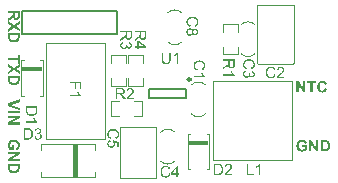
<source format=gto>
G04*
G04 #@! TF.GenerationSoftware,Altium Limited,Altium Designer,19.0.15 (446)*
G04*
G04 Layer_Color=65535*
%FSTAX24Y24*%
%MOIN*%
G70*
G01*
G75*
%ADD10C,0.0039*%
%ADD11C,0.0098*%
%ADD12C,0.0070*%
%ADD13C,0.0079*%
%ADD14R,0.0140X0.1100*%
%ADD15R,0.0690X0.0180*%
G36*
X071805Y045321D02*
X071805Y045316D01*
Y045311D01*
X071804Y0453D01*
X071802Y045288D01*
X071801Y045274D01*
X071798Y045262D01*
X071796Y045256D01*
X071795Y045251D01*
Y04525D01*
X071794Y04525D01*
X071792Y045247D01*
X07179Y045242D01*
X071786Y045235D01*
X071781Y045229D01*
X071775Y045222D01*
X071767Y045215D01*
X071758Y045208D01*
X071757D01*
X071757Y045208D01*
X071754Y045205D01*
X071748Y045203D01*
X071741Y0452D01*
X071732Y045197D01*
X071722Y045194D01*
X071712Y045193D01*
X0717Y045192D01*
X0717D01*
X071699D01*
X071696D01*
X071694Y045193D01*
X07169D01*
X071686Y045193D01*
X071676Y045195D01*
X071665Y045199D01*
X071654Y045203D01*
X071642Y04521D01*
X071636Y045214D01*
X071631Y045219D01*
X07163Y045219D01*
X07163Y04522D01*
X071628Y045222D01*
X071626Y045224D01*
X071624Y045227D01*
X071622Y04523D01*
X071619Y045234D01*
X071616Y045239D01*
X071613Y045244D01*
X07161Y04525D01*
X071607Y045257D01*
X071604Y045264D01*
X071602Y045273D01*
X071599Y045281D01*
X071598Y04529D01*
X071596Y0453D01*
X071595Y045299D01*
X071594Y045297D01*
X071592Y045294D01*
X07159Y045289D01*
X071584Y045279D01*
X07158Y045274D01*
X071577Y04527D01*
X071575Y045269D01*
X071573Y045266D01*
X071568Y045262D01*
X071563Y045256D01*
X071555Y04525D01*
X071547Y045243D01*
X071537Y045235D01*
X071525Y045228D01*
X071421Y045162D01*
Y045225D01*
X071501Y045275D01*
X071502D01*
X071503Y045277D01*
X071504Y045278D01*
X071507Y045279D01*
X071513Y045283D01*
X07152Y045288D01*
X071529Y045294D01*
X071538Y0453D01*
X071546Y045307D01*
X071554Y045312D01*
X071554Y045313D01*
X071557Y045314D01*
X07156Y045317D01*
X071564Y045321D01*
X071572Y045329D01*
X071576Y045334D01*
X071579Y045338D01*
X07158Y045339D01*
X07158Y04534D01*
X071582Y045342D01*
X071583Y045345D01*
X071585Y045349D01*
X071587Y045353D01*
X071589Y045361D01*
Y045362D01*
X07159Y045363D01*
Y045365D01*
X07159Y045368D01*
X071591Y045372D01*
Y045376D01*
X071592Y045383D01*
Y045448D01*
X071421D01*
Y045499D01*
X071805D01*
Y045321D01*
D02*
G37*
G36*
X07171Y045095D02*
X071711Y045094D01*
X071712Y045092D01*
X071714Y045089D01*
X071715Y045086D01*
X071717Y045082D01*
X071723Y045072D01*
X071729Y045061D01*
X071737Y04505D01*
X071746Y045038D01*
X071755Y045027D01*
X071756Y045026D01*
X071756Y045026D01*
X071758Y045024D01*
X07176Y045022D01*
X071765Y045017D01*
X071772Y04501D01*
X07178Y045003D01*
X071789Y044996D01*
X071797Y04499D01*
X071807Y044985D01*
Y044954D01*
X071421D01*
Y045001D01*
X071721D01*
X071721Y045002D01*
X071719Y045005D01*
X071715Y045008D01*
X071711Y045013D01*
X071706Y04502D01*
X071701Y045027D01*
X071695Y045036D01*
X071689Y045046D01*
Y045047D01*
X071688Y045047D01*
X071686Y045051D01*
X071683Y045056D01*
X07168Y045063D01*
X071676Y045071D01*
X071672Y045079D01*
X071668Y045087D01*
X071665Y045096D01*
X07171D01*
Y045095D01*
D02*
G37*
G36*
X070405Y046916D02*
X070411D01*
X070417Y046915D01*
X070424Y046915D01*
X070431Y046914D01*
X070447Y046911D01*
X070465Y046907D01*
X070483Y046901D01*
X0705Y046894D01*
X0705Y046893D01*
X070502Y046893D01*
X070504Y046891D01*
X070507Y046889D01*
X070511Y046887D01*
X070515Y046884D01*
X070525Y046877D01*
X070536Y046868D01*
X070548Y046856D01*
X070559Y046844D01*
X070568Y046829D01*
X070569Y046828D01*
X070569Y046827D01*
X07057Y046824D01*
X070572Y046822D01*
X070574Y046817D01*
X070575Y046813D01*
X070577Y046807D01*
X07058Y046801D01*
X070582Y046794D01*
X070584Y046787D01*
X070587Y046772D01*
X07059Y046754D01*
X070591Y046735D01*
Y04673D01*
X070591Y046726D01*
X07059Y046721D01*
X07059Y046715D01*
X070589Y046709D01*
X070587Y046702D01*
X070584Y046687D01*
X070579Y04667D01*
X070576Y046662D01*
X070572Y046654D01*
X070567Y046646D01*
X070562Y046638D01*
X070561Y046638D01*
X070561Y046637D01*
X070559Y046634D01*
X070556Y046632D01*
X070554Y046629D01*
X07055Y046625D01*
X070545Y046621D01*
X070541Y046617D01*
X070535Y046612D01*
X070529Y046608D01*
X070522Y046603D01*
X070515Y046598D01*
X070506Y046595D01*
X070498Y04659D01*
X070489Y046587D01*
X070479Y046583D01*
X070468Y046633D01*
X070468D01*
X070469Y046634D01*
X070471Y046635D01*
X070474Y046636D01*
X070478Y046637D01*
X070482Y046639D01*
X070491Y046643D01*
X070501Y046649D01*
X070511Y046656D01*
X07052Y046664D01*
X070529Y046673D01*
X07053Y046674D01*
X070532Y046677D01*
X070535Y046683D01*
X070539Y04669D01*
X070542Y046699D01*
X070545Y04671D01*
X070548Y046723D01*
X070548Y046737D01*
Y046741D01*
X070548Y046744D01*
Y046748D01*
X070547Y046752D01*
X070545Y046763D01*
X070543Y046774D01*
X070539Y046787D01*
X070534Y046799D01*
X070526Y046811D01*
Y046812D01*
X070525Y046812D01*
X070523Y046816D01*
X070518Y046821D01*
X070511Y046827D01*
X070503Y046834D01*
X070494Y046841D01*
X070482Y046847D01*
X070469Y046853D01*
X070469D01*
X070468Y046853D01*
X070466Y046854D01*
X070463Y046854D01*
X07046Y046855D01*
X070456Y046856D01*
X070447Y046858D01*
X070435Y04686D01*
X070423Y046863D01*
X07041Y046864D01*
X070395Y046864D01*
X070395D01*
X070393D01*
X07039D01*
X070387D01*
X070383Y046864D01*
X070378D01*
X070373Y046863D01*
X070367Y046863D01*
X070353Y046861D01*
X070339Y046858D01*
X070324Y046855D01*
X07031Y04685D01*
X070309D01*
X070308Y04685D01*
X070307Y046849D01*
X070304Y046848D01*
X070297Y046844D01*
X070289Y046839D01*
X070281Y046833D01*
X070271Y046825D01*
X070263Y046817D01*
X070255Y046806D01*
Y046805D01*
X070254Y046804D01*
X070253Y046803D01*
X070252Y0468D01*
X070251Y046798D01*
X070249Y046794D01*
X070246Y046787D01*
X070243Y046777D01*
X07024Y046765D01*
X070238Y046753D01*
X070237Y04674D01*
Y046737D01*
X070238Y046733D01*
Y046729D01*
X070238Y046725D01*
X070241Y046715D01*
X070243Y046704D01*
X070248Y046692D01*
X070254Y04668D01*
X070257Y046674D01*
X070262Y046668D01*
X070262Y046668D01*
X070263Y046667D01*
X070264Y046666D01*
X070266Y046663D01*
X070269Y046661D01*
X070272Y046658D01*
X070276Y046655D01*
X07028Y046652D01*
X070285Y046649D01*
X070291Y046645D01*
X070296Y046642D01*
X070303Y046638D01*
X07031Y046636D01*
X070318Y046633D01*
X070326Y04663D01*
X070335Y046628D01*
X070322Y046577D01*
X070322D01*
X070319Y046577D01*
X070316Y046578D01*
X070312Y04658D01*
X070307Y046582D01*
X070301Y046584D01*
X070294Y046587D01*
X070287Y04659D01*
X070271Y046598D01*
X070256Y046608D01*
X070248Y046614D01*
X07024Y04662D01*
X070233Y046627D01*
X070227Y046634D01*
X070226Y046635D01*
X070225Y046636D01*
X070224Y046639D01*
X070222Y046642D01*
X070219Y046646D01*
X070216Y046651D01*
X070213Y046657D01*
X070211Y046663D01*
X070207Y04667D01*
X070205Y046678D01*
X070202Y046686D01*
X070199Y046695D01*
X070197Y046704D01*
X070196Y046714D01*
X070195Y046725D01*
X070194Y046736D01*
Y046742D01*
X070195Y046747D01*
Y046752D01*
X070195Y046758D01*
X070196Y046764D01*
X070197Y046772D01*
X0702Y046788D01*
X070205Y046805D01*
X070211Y046822D01*
X070215Y046829D01*
X070219Y046837D01*
X07022Y046838D01*
X07022Y046839D01*
X070222Y046841D01*
X070224Y046843D01*
X070226Y046846D01*
X07023Y04685D01*
X070233Y046855D01*
X070238Y046859D01*
X070243Y046864D01*
X070248Y046869D01*
X070261Y046879D01*
X070276Y046888D01*
X070292Y046896D01*
X070293D01*
X070294Y046898D01*
X070297Y046898D01*
X070301Y0469D01*
X070305Y046901D01*
X070311Y046903D01*
X070317Y046905D01*
X070323Y046906D01*
X070331Y046908D01*
X070339Y04691D01*
X070356Y046913D01*
X070375Y046915D01*
X070395Y046916D01*
X070396D01*
X070398D01*
X070402D01*
X070405Y046916D01*
D02*
G37*
G36*
X070317Y046533D02*
X070321D01*
X070324Y046533D01*
X070333Y046532D01*
X070343Y04653D01*
X070353Y046526D01*
X070364Y046521D01*
X070374Y046515D01*
X070374D01*
X070375Y046514D01*
X070378Y046512D01*
X070382Y046507D01*
X070388Y046501D01*
X070393Y046494D01*
X070399Y046484D01*
X070404Y046474D01*
X070408Y046461D01*
Y046461D01*
X070409Y046462D01*
X070409Y046464D01*
X07041Y046466D01*
X070413Y046471D01*
X070416Y046477D01*
X07042Y046485D01*
X070426Y046492D01*
X070432Y046498D01*
X070439Y046505D01*
X07044Y046505D01*
X070442Y046507D01*
X070447Y046509D01*
X070452Y046511D01*
X070459Y046514D01*
X070468Y046516D01*
X070477Y046518D01*
X070487Y046518D01*
X070488D01*
X070489D01*
X070491D01*
X070494Y046518D01*
X070498Y046517D01*
X070502Y046517D01*
X070511Y046515D01*
X070523Y046511D01*
X070534Y046506D01*
X07054Y046502D01*
X070546Y046498D01*
X070552Y046494D01*
X070558Y046489D01*
X070558Y046488D01*
X070559Y046487D01*
X07056Y046485D01*
X070562Y046483D01*
X070564Y04648D01*
X070566Y046476D01*
X070569Y046472D01*
X070572Y046467D01*
X070575Y046462D01*
X070577Y046456D01*
X07058Y046449D01*
X070582Y046442D01*
X070585Y046426D01*
X070586Y046417D01*
X070586Y046409D01*
Y046404D01*
X070586Y0464D01*
X070585Y046396D01*
X070585Y046391D01*
X070584Y046385D01*
X070582Y04638D01*
X070579Y046366D01*
X070574Y046353D01*
X070571Y046346D01*
X070567Y04634D01*
X070562Y046334D01*
X070557Y046328D01*
X070556Y046327D01*
X070556Y046326D01*
X070554Y046325D01*
X070552Y046323D01*
X070549Y04632D01*
X070545Y046318D01*
X070537Y046312D01*
X070526Y046306D01*
X070514Y046301D01*
X0705Y046298D01*
X070493Y046297D01*
X070485Y046296D01*
X070485D01*
X070484D01*
X070481D01*
X070476Y046297D01*
X07047Y046298D01*
X070462Y0463D01*
X070454Y046303D01*
X070447Y046306D01*
X070439Y046311D01*
X070438Y046311D01*
X070435Y046314D01*
X070432Y046317D01*
X070428Y046321D01*
X070423Y046328D01*
X070418Y046335D01*
X070413Y046343D01*
X070408Y046353D01*
Y046353D01*
X070408Y046351D01*
X070407Y04635D01*
X070406Y046348D01*
X070403Y046341D01*
X070399Y046333D01*
X070394Y046325D01*
X070388Y046316D01*
X07038Y046308D01*
X070371Y0463D01*
X07037D01*
X07037Y046299D01*
X070367Y046297D01*
X070361Y046294D01*
X070354Y04629D01*
X070345Y046287D01*
X070334Y046284D01*
X070323Y046281D01*
X07031Y046281D01*
X070309D01*
X070308D01*
X070305D01*
X070302Y046281D01*
X070298Y046282D01*
X070293Y046283D01*
X070287Y046284D01*
X070281Y046285D01*
X070268Y046289D01*
X070261Y046292D01*
X070254Y046296D01*
X070247Y0463D01*
X070241Y046304D01*
X070234Y04631D01*
X070227Y046316D01*
X070227Y046316D01*
X070226Y046318D01*
X070224Y046319D01*
X070222Y046322D01*
X07022Y046326D01*
X070217Y04633D01*
X070214Y046335D01*
X070211Y04634D01*
X070207Y046346D01*
X070205Y046354D01*
X070202Y046361D01*
X070199Y046369D01*
X070197Y046378D01*
X070196Y046388D01*
X070195Y046397D01*
X070194Y046407D01*
Y046413D01*
X070195Y046417D01*
X070195Y046422D01*
X070196Y046427D01*
X070197Y046434D01*
X070198Y04644D01*
X070202Y046455D01*
X070205Y046463D01*
X070208Y04647D01*
X070212Y046478D01*
X070216Y046486D01*
X070221Y046493D01*
X070227Y0465D01*
X070228Y0465D01*
X070229Y046501D01*
X070231Y046503D01*
X070233Y046505D01*
X070237Y046507D01*
X070241Y046511D01*
X070245Y046513D01*
X070251Y046517D01*
X070256Y04652D01*
X070263Y046523D01*
X070277Y046528D01*
X070285Y046531D01*
X070293Y046532D01*
X070302Y046533D01*
X070311Y046534D01*
X070312D01*
X070313D01*
X070315D01*
X070317Y046533D01*
D02*
G37*
G36*
X064634Y046943D02*
X064633Y046938D01*
Y046932D01*
X064632Y046926D01*
Y046919D01*
X064631Y046905D01*
X064629Y04689D01*
X064626Y046876D01*
X064625Y04687D01*
X064623Y046865D01*
Y046864D01*
X064623Y046864D01*
X064621Y04686D01*
X064618Y046856D01*
X064615Y046849D01*
X06461Y046842D01*
X064604Y046835D01*
X064596Y046828D01*
X064587Y046821D01*
X064586D01*
X064586Y046821D01*
X064584Y04682D01*
X064582Y046818D01*
X064577Y046816D01*
X06457Y046812D01*
X064561Y04681D01*
X064551Y046807D01*
X06454Y046805D01*
X064528Y046804D01*
X064527D01*
X064526D01*
X064523D01*
X064521Y046805D01*
X064517D01*
X064513Y046805D01*
X064503Y046807D01*
X064492Y04681D01*
X06448Y046815D01*
X064468Y046821D01*
X064463Y046825D01*
X064457Y046829D01*
X064457Y04683D01*
X064456Y04683D01*
X064454Y046832D01*
X064453Y046834D01*
X064451Y046836D01*
X064448Y04684D01*
X064445Y046844D01*
X064442Y046848D01*
X064439Y046853D01*
X064436Y046859D01*
X064434Y046865D01*
X064431Y046871D01*
X064428Y046879D01*
X064426Y046887D01*
X064424Y046895D01*
X064422Y046904D01*
Y046904D01*
X064422Y046903D01*
X06442Y0469D01*
X064417Y046895D01*
X064413Y04689D01*
X064408Y046883D01*
X064403Y046877D01*
X064397Y04687D01*
X064391Y046864D01*
X06439Y046863D01*
X064387Y04686D01*
X064383Y046857D01*
X064376Y046852D01*
X064368Y046846D01*
X064363Y046842D01*
X064357Y046839D01*
X064351Y046834D01*
X064345Y04683D01*
X064337Y046825D01*
X064329Y04682D01*
X064256Y046774D01*
Y046865D01*
X064338Y04692D01*
X064338Y046921D01*
X06434Y046921D01*
X064342Y046923D01*
X064345Y046925D01*
X064348Y046927D01*
X064352Y04693D01*
X064361Y046936D01*
X064371Y046943D01*
X06438Y046949D01*
X064388Y046955D01*
X064391Y046958D01*
X064393Y04696D01*
X064394Y046961D01*
X064395Y046962D01*
X064397Y046964D01*
X0644Y046967D01*
X064402Y046971D01*
X064405Y046975D01*
X064407Y046979D01*
X064409Y046983D01*
Y046984D01*
X06441Y046986D01*
X064411Y046988D01*
X064411Y046993D01*
X064412Y046998D01*
X064413Y047005D01*
X064414Y047012D01*
Y047037D01*
X064256D01*
Y047113D01*
X064634D01*
Y046943D01*
D02*
G37*
G36*
X064452Y04664D02*
X064634Y046759D01*
Y04667D01*
X064521Y046595D01*
X064634Y04652D01*
Y046431D01*
X064452Y04655D01*
X064256Y04642D01*
Y046512D01*
X064383Y046595D01*
X064256Y046679D01*
Y046771D01*
X064452Y04664D01*
D02*
G37*
G36*
X064634Y046229D02*
X064633Y046225D01*
X064632Y046215D01*
X064632Y046203D01*
X06463Y046191D01*
X064629Y04618D01*
X064626Y046169D01*
Y046169D01*
X064625Y046168D01*
X064625Y046166D01*
X064624Y046164D01*
X064622Y046157D01*
X064618Y04615D01*
X064613Y046141D01*
X064607Y046131D01*
X0646Y046122D01*
X064591Y046112D01*
Y046112D01*
X06459Y046111D01*
X064587Y046109D01*
X064581Y046104D01*
X064574Y046099D01*
X064565Y046093D01*
X064555Y046087D01*
X064543Y046081D01*
X06453Y046076D01*
X064529D01*
X064528Y046076D01*
X064526Y046075D01*
X064523Y046074D01*
X06452Y046074D01*
X064516Y046073D01*
X064511Y046071D01*
X064505Y04607D01*
X064499Y046069D01*
X064492Y046068D01*
X064485Y046067D01*
X064477Y046066D01*
X06446Y046064D01*
X064441Y046064D01*
X06444D01*
X064439D01*
X064436D01*
X064433D01*
X064429Y046064D01*
X064424D01*
X064419Y046065D01*
X064413Y046065D01*
X0644Y046067D01*
X064387Y046069D01*
X064374Y046072D01*
X064361Y046076D01*
X06436D01*
X064359Y046076D01*
X064357Y046077D01*
X064353Y046079D01*
X06435Y04608D01*
X064346Y046082D01*
X064337Y046086D01*
X064326Y046092D01*
X064315Y046099D01*
X064304Y046107D01*
X064293Y046116D01*
X064292Y046117D01*
X06429Y04612D01*
X064287Y046124D01*
X064282Y04613D01*
X064278Y046138D01*
X064273Y046147D01*
X064268Y046158D01*
X064263Y04617D01*
Y04617D01*
X064263Y046171D01*
Y046172D01*
X064262Y046174D01*
X064261Y04618D01*
X06426Y046188D01*
X064258Y046197D01*
X064257Y046209D01*
X064256Y046222D01*
X064256Y046237D01*
Y04638D01*
X064634D01*
Y046229D01*
D02*
G37*
G36*
X07474Y044781D02*
X074746Y044781D01*
X074753Y044779D01*
X07476Y044778D01*
X074768Y044777D01*
X074777Y044775D01*
X074786Y044772D01*
X074796Y044769D01*
X074806Y044764D01*
X074815Y04476D01*
X074824Y044754D01*
X074833Y044748D01*
X074841Y044741D01*
X074842D01*
X074842Y04474D01*
X074844Y044738D01*
X074845Y044736D01*
X074848Y044734D01*
X07485Y04473D01*
X074856Y044723D01*
X074862Y044713D01*
X074868Y044701D01*
X074874Y044687D01*
X07488Y044671D01*
X074804Y044653D01*
Y044654D01*
X074804Y044654D01*
Y044656D01*
X074803Y044658D01*
X074801Y044663D01*
X074798Y04467D01*
X074795Y044677D01*
X07479Y044685D01*
X074783Y044693D01*
X074776Y044699D01*
X074775Y0447D01*
X074772Y044702D01*
X074768Y044705D01*
X074762Y044708D01*
X074754Y044711D01*
X074745Y044714D01*
X074736Y044716D01*
X074725Y044717D01*
X074721D01*
X074718Y044716D01*
X074714Y044716D01*
X07471Y044715D01*
X074701Y044713D01*
X07469Y044709D01*
X074678Y044704D01*
X074672Y0447D01*
X074667Y044696D01*
X074661Y044692D01*
X074656Y044686D01*
Y044686D01*
X074655Y044684D01*
X074654Y044683D01*
X074653Y04468D01*
X07465Y044677D01*
X074648Y044673D01*
X074646Y044668D01*
X074644Y044663D01*
X074641Y044656D01*
X074639Y044649D01*
X074637Y044641D01*
X074635Y044632D01*
X074633Y044622D01*
X074632Y044612D01*
X074631Y0446D01*
X074631Y044588D01*
Y044587D01*
Y044585D01*
Y044581D01*
X074631Y044576D01*
Y04457D01*
X074632Y044563D01*
X074633Y044556D01*
X074634Y044548D01*
X074637Y044531D01*
X074642Y044514D01*
X074644Y044506D01*
X074648Y044498D01*
X074652Y044491D01*
X074656Y044485D01*
X074657Y044485D01*
X074658Y044484D01*
X074659Y044482D01*
X074661Y04448D01*
X074667Y044476D01*
X074675Y04447D01*
X074684Y044464D01*
X074695Y04446D01*
X074708Y044456D01*
X074715Y044456D01*
X074723Y044455D01*
X074726D01*
X074728Y044456D01*
X074734Y044456D01*
X074741Y044457D01*
X074749Y04446D01*
X074757Y044463D01*
X074766Y044468D01*
X074775Y044474D01*
X074776Y044475D01*
X074779Y044478D01*
X074783Y044482D01*
X074787Y044489D01*
X074792Y044498D01*
X074797Y044508D01*
X074802Y044521D01*
X074807Y044535D01*
X074881Y044512D01*
Y044512D01*
X07488Y04451D01*
X074879Y044506D01*
X074878Y044502D01*
X074875Y044497D01*
X074873Y044491D01*
X074871Y044485D01*
X074867Y044478D01*
X07486Y044463D01*
X07485Y044447D01*
X074838Y044433D01*
X074831Y044426D01*
X074824Y04442D01*
X074824Y04442D01*
X074822Y044419D01*
X07482Y044417D01*
X074817Y044415D01*
X074813Y044413D01*
X074808Y044411D01*
X074803Y044408D01*
X074797Y044405D01*
X07479Y044402D01*
X074782Y044399D01*
X074774Y044397D01*
X074765Y044395D01*
X074756Y044393D01*
X074745Y044391D01*
X074735Y044391D01*
X074724Y04439D01*
X07472D01*
X074717Y044391D01*
X074711Y044391D01*
X074705Y044392D01*
X074697Y044393D01*
X074689Y044395D01*
X07468Y044397D01*
X074671Y044399D01*
X074661Y044403D01*
X07465Y044407D01*
X07464Y044412D01*
X07463Y044417D01*
X074619Y044425D01*
X07461Y044432D01*
X0746Y044441D01*
X0746Y044442D01*
X074598Y044444D01*
X074596Y044447D01*
X074593Y044451D01*
X074589Y044456D01*
X074585Y044462D01*
X074581Y04447D01*
X074576Y044479D01*
X074572Y044488D01*
X074567Y044498D01*
X074563Y04451D01*
X07456Y044523D01*
X074557Y044536D01*
X074554Y044551D01*
X074553Y044566D01*
X074552Y044582D01*
Y044583D01*
Y044583D01*
Y044587D01*
X074553Y044592D01*
Y044598D01*
X074554Y044606D01*
X074555Y044615D01*
X074556Y044625D01*
X074558Y044636D01*
X074561Y044648D01*
X074564Y04466D01*
X074568Y044672D01*
X074573Y044684D01*
X074578Y044696D01*
X074585Y044708D01*
X074592Y044719D01*
X074601Y044729D01*
X074601Y04473D01*
X074603Y044731D01*
X074606Y044734D01*
X07461Y044737D01*
X074614Y044741D01*
X07462Y044746D01*
X074627Y044751D01*
X074635Y044755D01*
X074644Y04476D01*
X074653Y044765D01*
X074664Y04477D01*
X074675Y044773D01*
X074688Y044777D01*
X0747Y044779D01*
X074714Y044781D01*
X074729Y044782D01*
X074735D01*
X07474Y044781D01*
D02*
G37*
G36*
X074162Y044397D02*
X074086D01*
X073932Y044646D01*
Y044397D01*
X073862D01*
Y044775D01*
X073936D01*
X074092Y04452D01*
Y044775D01*
X074162D01*
Y044397D01*
D02*
G37*
G36*
X074516Y044711D02*
X074405D01*
Y044397D01*
X074328D01*
Y044711D01*
X074216D01*
Y044775D01*
X074516D01*
Y044711D01*
D02*
G37*
G36*
X074061Y042813D02*
X074067Y042812D01*
X074074Y042812D01*
X074082Y042811D01*
X07409Y042809D01*
X074107Y042806D01*
X074125Y042801D01*
X074135Y042797D01*
X074143Y042793D01*
X074151Y042789D01*
X074159Y042784D01*
X07416Y042783D01*
X074161Y042783D01*
X074163Y04278D01*
X074166Y042778D01*
X074169Y042775D01*
X074172Y042772D01*
X074176Y042767D01*
X07418Y042762D01*
X074185Y042757D01*
X074189Y042751D01*
X074193Y042744D01*
X074197Y042737D01*
X074202Y042729D01*
X074205Y042721D01*
X074208Y042712D01*
X07421Y042702D01*
X074135Y042688D01*
Y042689D01*
X074134Y042689D01*
X074133Y042692D01*
X074131Y042697D01*
X074127Y042704D01*
X074124Y042711D01*
X074118Y042718D01*
X074112Y042725D01*
X074104Y042732D01*
X074103Y042732D01*
X0741Y042735D01*
X074095Y042737D01*
X074089Y04274D01*
X074081Y042743D01*
X074072Y042745D01*
X074061Y042748D01*
X074049Y042748D01*
X074044D01*
X074041Y042748D01*
X074037Y042747D01*
X074032Y042747D01*
X074026Y042745D01*
X07402Y042744D01*
X074008Y042741D01*
X074001Y042738D01*
X073995Y042735D01*
X073988Y042731D01*
X073982Y042727D01*
X073976Y042721D01*
X07397Y042716D01*
X073969Y042715D01*
X073969Y042714D01*
X073967Y042713D01*
X073965Y04271D01*
X073963Y042707D01*
X07396Y042703D01*
X073958Y042698D01*
X073955Y042692D01*
X073953Y042686D01*
X07395Y042679D01*
X073947Y042671D01*
X073945Y042663D01*
X073943Y042654D01*
X073942Y042643D01*
X073941Y042633D01*
X073941Y042622D01*
Y042621D01*
Y042619D01*
Y042615D01*
X073941Y042611D01*
X073942Y042605D01*
X073942Y042599D01*
X073943Y042591D01*
X073945Y042583D01*
X073948Y042567D01*
X073953Y04255D01*
X073957Y042542D01*
X07396Y042534D01*
X073965Y042526D01*
X07397Y04252D01*
X073971Y042519D01*
X073972Y042518D01*
X073973Y042517D01*
X073976Y042514D01*
X073979Y042512D01*
X073982Y042509D01*
X073987Y042506D01*
X073991Y042503D01*
X073997Y0425D01*
X074002Y042497D01*
X074016Y042492D01*
X074024Y042489D01*
X074031Y042488D01*
X07404Y042487D01*
X074049Y042486D01*
X074053D01*
X074058Y042487D01*
X074064Y042487D01*
X074071Y042488D01*
X074079Y04249D01*
X074088Y042492D01*
X074097Y042495D01*
X074097D01*
X074098Y042496D01*
X074101Y042497D01*
X074106Y042499D01*
X074111Y042502D01*
X074118Y042505D01*
X074125Y042509D01*
X074132Y042513D01*
X074138Y042518D01*
Y042567D01*
X074051D01*
Y042631D01*
X074215D01*
Y042479D01*
X074214Y042478D01*
X074213Y042477D01*
X074211Y042475D01*
X074208Y042473D01*
X074205Y042471D01*
X074198Y042465D01*
X074187Y042459D01*
X074175Y042452D01*
X074162Y042445D01*
X074145Y042439D01*
X074145D01*
X074143Y042438D01*
X074141Y042437D01*
X074138Y042436D01*
X074133Y042435D01*
X074129Y042433D01*
X074123Y042432D01*
X074117Y04243D01*
X074103Y042427D01*
X074088Y042424D01*
X074071Y042422D01*
X074054Y042421D01*
X074048D01*
X074044Y042422D01*
X074038D01*
X074032Y042422D01*
X074026Y042423D01*
X074018Y042424D01*
X074002Y042427D01*
X073985Y042432D01*
X073967Y042438D01*
X073959Y042441D01*
X07395Y042446D01*
X073949Y042446D01*
X073948Y042447D01*
X073946Y042448D01*
X073943Y042451D01*
X073939Y042453D01*
X073935Y042456D01*
X07393Y04246D01*
X073925Y042464D01*
X073914Y042474D01*
X073904Y042487D01*
X073893Y042501D01*
X073884Y042517D01*
Y042518D01*
X073883Y042519D01*
X073882Y042522D01*
X073881Y042525D01*
X073879Y04253D01*
X073877Y042535D01*
X073875Y042541D01*
X073873Y042547D01*
X073871Y042554D01*
X073869Y042563D01*
X073865Y042579D01*
X073863Y042598D01*
X073862Y042618D01*
Y042619D01*
Y042621D01*
Y042624D01*
X073863Y042628D01*
Y042634D01*
X073863Y04264D01*
X073864Y042646D01*
X073865Y042654D01*
X073868Y04267D01*
X073872Y042688D01*
X073878Y042706D01*
X073882Y042714D01*
X073887Y042723D01*
X073887Y042724D01*
X073888Y042725D01*
X073889Y042727D01*
X073891Y042731D01*
X073894Y042735D01*
X073897Y042739D01*
X073901Y042744D01*
X073905Y042749D01*
X07391Y042755D01*
X073915Y042761D01*
X073921Y042767D01*
X073928Y042773D01*
X073935Y042778D01*
X073942Y042784D01*
X073959Y042794D01*
X073959D01*
X07396Y042795D01*
X073963Y042796D01*
X073965Y042797D01*
X073969Y042798D01*
X073973Y0428D01*
X073978Y042802D01*
X073984Y042804D01*
X07399Y042806D01*
X073997Y042807D01*
X074005Y042809D01*
X074012Y04281D01*
X07403Y042813D01*
X074049Y042813D01*
X074056D01*
X074061Y042813D01*
D02*
G37*
G36*
X074587Y042428D02*
X07451D01*
X074357Y042677D01*
Y042428D01*
X074286D01*
Y042806D01*
X07436D01*
X074516Y042552D01*
Y042806D01*
X074587D01*
Y042428D01*
D02*
G37*
G36*
X074822Y042806D02*
X074833Y042805D01*
X074844Y042804D01*
X074856Y042803D01*
X074868Y042801D01*
X074878Y042798D01*
X074879D01*
X07488Y042798D01*
X074881Y042797D01*
X074884Y042797D01*
X07489Y042794D01*
X074898Y04279D01*
X074907Y042785D01*
X074916Y042779D01*
X074926Y042772D01*
X074935Y042763D01*
X074935D01*
X074936Y042762D01*
X074939Y042759D01*
X074943Y042754D01*
X074948Y042747D01*
X074954Y042738D01*
X07496Y042727D01*
X074966Y042715D01*
X074971Y042702D01*
Y042702D01*
X074972Y042701D01*
X074972Y042698D01*
X074973Y042696D01*
X074974Y042692D01*
X074975Y042688D01*
X074976Y042683D01*
X074978Y042678D01*
X074979Y042672D01*
X07498Y042665D01*
X074981Y042658D01*
X074981Y042649D01*
X074983Y042632D01*
X074984Y042613D01*
Y042613D01*
Y042611D01*
Y042609D01*
Y042606D01*
X074983Y042601D01*
Y042597D01*
X074982Y042591D01*
X074982Y042585D01*
X074981Y042573D01*
X074979Y04256D01*
X074975Y042546D01*
X074972Y042533D01*
Y042533D01*
X074971Y042531D01*
X07497Y042529D01*
X074969Y042526D01*
X074968Y042523D01*
X074966Y042519D01*
X074961Y042509D01*
X074956Y042499D01*
X074949Y042487D01*
X07494Y042476D01*
X074931Y042466D01*
X07493Y042465D01*
X074927Y042463D01*
X074923Y042459D01*
X074917Y042455D01*
X074909Y04245D01*
X074901Y042445D01*
X07489Y04244D01*
X074878Y042436D01*
X074877D01*
X074877Y042435D01*
X074875D01*
X074873Y042435D01*
X074867Y042434D01*
X07486Y042432D01*
X07485Y04243D01*
X074839Y042429D01*
X074825Y042429D01*
X07481Y042428D01*
X074667D01*
Y042806D01*
X074818D01*
X074822Y042806D01*
D02*
G37*
G36*
X064456Y042821D02*
X064461D01*
X064467Y042821D01*
X064474Y04282D01*
X064481Y042819D01*
X064497Y042816D01*
X064515Y042812D01*
X064533Y042806D01*
X064542Y042802D01*
X064551Y042797D01*
X064551Y042797D01*
X064553Y042796D01*
X064555Y042795D01*
X064558Y042793D01*
X064562Y04279D01*
X064566Y042787D01*
X064571Y042783D01*
X064577Y042779D01*
X064582Y042774D01*
X064588Y042769D01*
X064594Y042763D01*
X0646Y042756D01*
X064606Y042749D01*
X064612Y042742D01*
X064622Y042725D01*
Y042725D01*
X064623Y042724D01*
X064623Y042721D01*
X064625Y042719D01*
X064626Y042715D01*
X064628Y042711D01*
X064629Y042706D01*
X064631Y0427D01*
X064633Y042694D01*
X064635Y042687D01*
X064636Y042679D01*
X064638Y042672D01*
X06464Y042654D01*
X064641Y042635D01*
Y042628D01*
X06464Y042623D01*
X06464Y042617D01*
X064639Y04261D01*
X064639Y042602D01*
X064637Y042594D01*
X064634Y042577D01*
X064628Y042559D01*
X064625Y042549D01*
X064621Y042541D01*
X064617Y042533D01*
X064611Y042525D01*
X064611Y042524D01*
X06461Y042523D01*
X064608Y042521D01*
X064606Y042518D01*
X064603Y042515D01*
X064599Y042512D01*
X064595Y042508D01*
X06459Y042504D01*
X064584Y042499D01*
X064578Y042495D01*
X064572Y042491D01*
X064564Y042487D01*
X064557Y042482D01*
X064548Y042479D01*
X064539Y042476D01*
X06453Y042474D01*
X064516Y042549D01*
X064516D01*
X064517Y04255D01*
X06452Y042551D01*
X064525Y042553D01*
X064531Y042557D01*
X064539Y04256D01*
X064546Y042566D01*
X064553Y042572D01*
X064559Y04258D01*
X06456Y042581D01*
X064562Y042584D01*
X064565Y042589D01*
X064568Y042595D01*
X064571Y042603D01*
X064573Y042612D01*
X064575Y042623D01*
X064576Y042635D01*
Y04264D01*
X064575Y042643D01*
X064575Y042647D01*
X064574Y042652D01*
X064573Y042658D01*
X064572Y042664D01*
X064568Y042676D01*
X064565Y042683D01*
X064562Y042689D01*
X064558Y042696D01*
X064554Y042702D01*
X064549Y042708D01*
X064543Y042714D01*
X064543Y042715D01*
X064542Y042715D01*
X06454Y042717D01*
X064538Y042719D01*
X064534Y042721D01*
X06453Y042724D01*
X064525Y042726D01*
X06452Y042729D01*
X064513Y042731D01*
X064506Y042734D01*
X064499Y042737D01*
X064491Y042739D01*
X064481Y042741D01*
X064471Y042742D01*
X064461Y042743D01*
X064449Y042743D01*
X064448D01*
X064446D01*
X064442D01*
X064438Y042743D01*
X064432Y042742D01*
X064426Y042742D01*
X064418Y042741D01*
X064411Y042739D01*
X064394Y042736D01*
X064378Y042731D01*
X064369Y042727D01*
X064362Y042724D01*
X064354Y042719D01*
X064347Y042714D01*
X064347Y042713D01*
X064346Y042712D01*
X064344Y042711D01*
X064342Y042708D01*
X06434Y042705D01*
X064337Y042702D01*
X064334Y042697D01*
X064331Y042693D01*
X064327Y042687D01*
X064325Y042682D01*
X064319Y042668D01*
X064317Y04266D01*
X064315Y042653D01*
X064314Y042644D01*
X064314Y042635D01*
Y042631D01*
X064314Y042626D01*
X064315Y04262D01*
X064316Y042613D01*
X064317Y042605D01*
X06432Y042596D01*
X064323Y042587D01*
Y042587D01*
X064323Y042586D01*
X064325Y042583D01*
X064327Y042578D01*
X064329Y042573D01*
X064333Y042566D01*
X064337Y042559D01*
X064341Y042552D01*
X064346Y042546D01*
X064394D01*
Y042633D01*
X064458D01*
Y042469D01*
X064307D01*
X064305Y04247D01*
X064304Y042471D01*
X064303Y042473D01*
X064301Y042476D01*
X064298Y042478D01*
X064293Y042486D01*
X064287Y042497D01*
X06428Y042509D01*
X064273Y042522D01*
X064266Y042539D01*
Y042539D01*
X064266Y042541D01*
X064264Y042543D01*
X064263Y042546D01*
X064262Y042551D01*
X064261Y042555D01*
X064259Y042561D01*
X064257Y042567D01*
X064254Y042581D01*
X064251Y042596D01*
X064249Y042613D01*
X064249Y04263D01*
Y042636D01*
X064249Y04264D01*
Y042646D01*
X06425Y042652D01*
X064251Y042658D01*
X064252Y042666D01*
X064255Y042682D01*
X064259Y042699D01*
X064265Y042717D01*
X064269Y042725D01*
X064273Y042734D01*
X064274Y042735D01*
X064274Y042736D01*
X064276Y042738D01*
X064278Y042741D01*
X06428Y042745D01*
X064284Y042749D01*
X064287Y042754D01*
X064292Y042759D01*
X064302Y04277D01*
X064314Y04278D01*
X064328Y042791D01*
X064345Y0428D01*
X064345D01*
X064347Y042801D01*
X06435Y042802D01*
X064353Y042803D01*
X064357Y042805D01*
X064362Y042807D01*
X064368Y042809D01*
X064375Y042811D01*
X064382Y042813D01*
X06439Y042815D01*
X064407Y042819D01*
X064426Y042821D01*
X064446Y042822D01*
X064446D01*
X064448D01*
X064452D01*
X064456Y042821D01*
D02*
G37*
G36*
X064634Y042324D02*
X064379Y042168D01*
X064634D01*
Y042097D01*
X064256D01*
Y042174D01*
X064505Y042327D01*
X064256D01*
Y042398D01*
X064634D01*
Y042324D01*
D02*
G37*
G36*
Y041866D02*
X064633Y041862D01*
X064633Y041851D01*
X064632Y04184D01*
X06463Y041828D01*
X064629Y041816D01*
X064626Y041806D01*
Y041805D01*
X064625Y041804D01*
X064625Y041803D01*
X064624Y0418D01*
X064622Y041794D01*
X064618Y041786D01*
X064613Y041777D01*
X064607Y041768D01*
X0646Y041758D01*
X064591Y041749D01*
Y041748D01*
X06459Y041748D01*
X064587Y041745D01*
X064581Y041741D01*
X064574Y041736D01*
X064565Y04173D01*
X064555Y041724D01*
X064543Y041718D01*
X06453Y041713D01*
X064529D01*
X064528Y041712D01*
X064526Y041712D01*
X064523Y041711D01*
X06452Y04171D01*
X064516Y041709D01*
X064511Y041708D01*
X064505Y041706D01*
X064499Y041705D01*
X064492Y041704D01*
X064485Y041703D01*
X064477Y041703D01*
X06446Y041701D01*
X064441Y0417D01*
X06444D01*
X064439D01*
X064436D01*
X064433D01*
X064429Y041701D01*
X064424D01*
X064419Y041702D01*
X064413Y041702D01*
X0644Y041703D01*
X064387Y041705D01*
X064374Y041709D01*
X064361Y041712D01*
X06436D01*
X064359Y041713D01*
X064357Y041714D01*
X064353Y041715D01*
X06435Y041716D01*
X064346Y041718D01*
X064337Y041723D01*
X064326Y041728D01*
X064315Y041735D01*
X064304Y041744D01*
X064293Y041753D01*
X064292Y041754D01*
X06429Y041757D01*
X064287Y041761D01*
X064283Y041767D01*
X064278Y041775D01*
X064273Y041783D01*
X064268Y041794D01*
X064263Y041806D01*
Y041807D01*
X064263Y041807D01*
Y041809D01*
X064262Y041811D01*
X064261Y041817D01*
X06426Y041824D01*
X064258Y041834D01*
X064257Y041845D01*
X064256Y041859D01*
X064256Y041874D01*
Y042017D01*
X064634D01*
Y041866D01*
D02*
G37*
G36*
Y044078D02*
X064354Y043982D01*
X064634Y04389D01*
Y043808D01*
X064256Y043943D01*
Y044025D01*
X064634Y044161D01*
Y044078D01*
D02*
G37*
G36*
Y043696D02*
X064256D01*
Y043772D01*
X064634D01*
Y043696D01*
D02*
G37*
G36*
Y043549D02*
X064379Y043393D01*
X064634D01*
Y043322D01*
X064256D01*
Y043399D01*
X064505Y043552D01*
X064256D01*
Y043623D01*
X064634D01*
Y043549D01*
D02*
G37*
G36*
X064634Y045357D02*
X06457D01*
Y045468D01*
X064256D01*
Y045545D01*
X06457D01*
Y045657D01*
X064634D01*
Y045357D01*
D02*
G37*
G36*
X064452Y045215D02*
X064634Y045334D01*
Y045245D01*
X064521Y04517D01*
X064634Y045095D01*
Y045006D01*
X064452Y045125D01*
X064256Y044995D01*
Y045087D01*
X064383Y04517D01*
X064256Y045254D01*
Y045346D01*
X064452Y045215D01*
D02*
G37*
G36*
X064634Y044804D02*
X064633Y0448D01*
X064632Y04479D01*
X064632Y044778D01*
X06463Y044766D01*
X064629Y044755D01*
X064626Y044744D01*
Y044744D01*
X064625Y044743D01*
X064625Y044741D01*
X064624Y044739D01*
X064622Y044732D01*
X064618Y044725D01*
X064613Y044716D01*
X064607Y044706D01*
X0646Y044697D01*
X064591Y044687D01*
Y044687D01*
X06459Y044686D01*
X064587Y044684D01*
X064581Y044679D01*
X064574Y044674D01*
X064565Y044668D01*
X064555Y044662D01*
X064543Y044656D01*
X06453Y044651D01*
X064529D01*
X064528Y044651D01*
X064526Y04465D01*
X064523Y044649D01*
X06452Y044649D01*
X064516Y044648D01*
X064511Y044646D01*
X064505Y044645D01*
X064499Y044644D01*
X064492Y044643D01*
X064485Y044642D01*
X064477Y044641D01*
X06446Y044639D01*
X064441Y044639D01*
X06444D01*
X064439D01*
X064436D01*
X064433D01*
X064429Y044639D01*
X064424D01*
X064419Y04464D01*
X064413Y04464D01*
X0644Y044642D01*
X064387Y044644D01*
X064374Y044647D01*
X064361Y044651D01*
X06436D01*
X064359Y044651D01*
X064357Y044652D01*
X064353Y044654D01*
X06435Y044655D01*
X064346Y044657D01*
X064337Y044661D01*
X064326Y044667D01*
X064315Y044674D01*
X064304Y044682D01*
X064293Y044691D01*
X064292Y044692D01*
X06429Y044695D01*
X064287Y044699D01*
X064282Y044705D01*
X064278Y044713D01*
X064273Y044722D01*
X064268Y044733D01*
X064263Y044745D01*
Y044745D01*
X064263Y044746D01*
Y044747D01*
X064262Y044749D01*
X064261Y044755D01*
X06426Y044763D01*
X064258Y044772D01*
X064257Y044784D01*
X064256Y044797D01*
X064256Y044812D01*
Y044955D01*
X064634D01*
Y044804D01*
D02*
G37*
G36*
X069671Y045501D02*
Y0455D01*
Y045498D01*
Y045496D01*
Y045492D01*
X06967Y045487D01*
Y045481D01*
X06967Y045475D01*
X069669Y045468D01*
X069668Y045454D01*
X069665Y045438D01*
X069662Y045424D01*
X06966Y045416D01*
X069658Y04541D01*
Y045409D01*
X069657Y045408D01*
X069656Y045407D01*
X069655Y045404D01*
X069652Y045398D01*
X069647Y045391D01*
X06964Y045382D01*
X069633Y045373D01*
X069623Y045364D01*
X069611Y045356D01*
X06961D01*
X069609Y045355D01*
X069608Y045354D01*
X069605Y045353D01*
X069602Y045351D01*
X069597Y045349D01*
X069593Y045348D01*
X069587Y045345D01*
X069581Y045343D01*
X069575Y045342D01*
X069568Y04534D01*
X06956Y045338D01*
X069551Y045337D01*
X069543Y045336D01*
X069523Y045335D01*
X069518D01*
X069514Y045336D01*
X06951D01*
X069504Y045336D01*
X069498Y045337D01*
X069492Y045337D01*
X069479Y045339D01*
X069464Y045343D01*
X06945Y045347D01*
X069436Y045353D01*
X069436D01*
X069434Y045354D01*
X069433Y045355D01*
X069431Y045356D01*
X069425Y045361D01*
X069418Y045367D01*
X069409Y045374D01*
X069402Y045383D01*
X069394Y045394D01*
X069388Y045406D01*
Y045407D01*
X069388Y045408D01*
X069387Y04541D01*
X069386Y045413D01*
X069385Y045416D01*
X069384Y04542D01*
X069382Y045425D01*
X069381Y045431D01*
X06938Y045438D01*
X069378Y045445D01*
X069377Y045452D01*
X069376Y045461D01*
X069375Y04547D01*
X069374Y04548D01*
X069374Y04549D01*
Y045501D01*
Y045719D01*
X069424D01*
Y045501D01*
Y0455D01*
Y045499D01*
Y045496D01*
Y045493D01*
X069425Y045489D01*
Y045484D01*
X069425Y045474D01*
X069426Y045462D01*
X069428Y04545D01*
X06943Y045438D01*
X069431Y045433D01*
X069433Y045428D01*
X069433Y045427D01*
X069434Y045425D01*
X069437Y045421D01*
X06944Y045415D01*
X069444Y04541D01*
X06945Y045404D01*
X069456Y045398D01*
X069464Y045393D01*
X069465Y045392D01*
X069468Y045391D01*
X069473Y045389D01*
X069479Y045387D01*
X069487Y045384D01*
X069497Y045383D01*
X069507Y045381D01*
X069519Y04538D01*
X069524D01*
X069527Y045381D01*
X069532D01*
X069537Y045381D01*
X069549Y045384D01*
X069562Y045386D01*
X069575Y045391D01*
X069587Y045397D01*
X069592Y045401D01*
X069597Y045405D01*
X069598Y045405D01*
X069598Y045406D01*
X069599Y045408D01*
X069601Y04541D01*
X069603Y045413D01*
X069605Y045416D01*
X069607Y045421D01*
X069609Y045426D01*
X069611Y045432D01*
X069613Y045439D01*
X069615Y045448D01*
X069617Y045456D01*
X069618Y045466D01*
X06962Y045476D01*
X069621Y045488D01*
Y045501D01*
Y045719D01*
X069671D01*
Y045501D01*
D02*
G37*
G36*
X06991Y045342D02*
X069864D01*
Y045637D01*
X069863Y045636D01*
X06986Y045634D01*
X069857Y045631D01*
X069852Y045627D01*
X069846Y045622D01*
X069838Y045617D01*
X069829Y045611D01*
X069819Y045605D01*
X069819D01*
X069818Y045604D01*
X069815Y045602D01*
X06981Y045599D01*
X069803Y045596D01*
X069795Y045592D01*
X069787Y045588D01*
X069779Y045585D01*
X069771Y045581D01*
Y045626D01*
X069771D01*
X069772Y045627D01*
X069775Y045628D01*
X069777Y045629D01*
X069781Y045631D01*
X069784Y045633D01*
X069794Y045639D01*
X069805Y045645D01*
X069816Y045652D01*
X069827Y045661D01*
X069839Y04567D01*
X069839Y045671D01*
X06984Y045671D01*
X069841Y045673D01*
X069843Y045675D01*
X069848Y04568D01*
X069855Y045687D01*
X069861Y045694D01*
X069869Y045703D01*
X069875Y045712D01*
X06988Y045721D01*
X06991D01*
Y045342D01*
D02*
G37*
G36*
X068846Y046269D02*
X068846Y046264D01*
Y046259D01*
X068845Y046248D01*
X068843Y046236D01*
X068842Y046223D01*
X068839Y046211D01*
X068837Y046205D01*
X068836Y0462D01*
Y046199D01*
X068835Y046199D01*
X068834Y046196D01*
X068831Y046191D01*
X068828Y046185D01*
X068823Y046178D01*
X068816Y046171D01*
X068809Y046164D01*
X0688Y046158D01*
X068799D01*
X068799Y046157D01*
X068795Y046155D01*
X06879Y046153D01*
X068783Y04615D01*
X068775Y046147D01*
X068765Y046144D01*
X068754Y046143D01*
X068743Y046142D01*
X068742D01*
X068741D01*
X068739D01*
X068736Y046143D01*
X068733D01*
X068729Y046143D01*
X06872Y046145D01*
X068709Y046149D01*
X068697Y046153D01*
X068686Y04616D01*
X06868Y046164D01*
X068675Y046168D01*
X068674Y046169D01*
X068674Y046169D01*
X068672Y046171D01*
X06867Y046173D01*
X068668Y046176D01*
X068666Y046179D01*
X068663Y046184D01*
X06866Y046188D01*
X068657Y046193D01*
X068655Y046199D01*
X068651Y046206D01*
X068649Y046213D01*
X068646Y046221D01*
X068644Y046229D01*
X068642Y046239D01*
X06864Y046248D01*
X06864Y046247D01*
X068639Y046245D01*
X068637Y046242D01*
X068634Y046238D01*
X068628Y046228D01*
X068625Y046223D01*
X068621Y046218D01*
X06862Y046217D01*
X068617Y046215D01*
X068613Y04621D01*
X068608Y046205D01*
X0686Y046199D01*
X068592Y046192D01*
X068582Y046185D01*
X068571Y046177D01*
X068468Y046112D01*
Y046174D01*
X068547Y046224D01*
X068548D01*
X068549Y046225D01*
X06855Y046226D01*
X068552Y046228D01*
X068558Y046232D01*
X068566Y046236D01*
X068574Y046242D01*
X068583Y046248D01*
X068591Y046255D01*
X068599Y04626D01*
X068599Y046261D01*
X068602Y046262D01*
X068605Y046265D01*
X068609Y046269D01*
X068617Y046277D01*
X068621Y046281D01*
X068624Y046286D01*
X068625Y046286D01*
X068625Y046287D01*
X068626Y046289D01*
X068628Y046293D01*
X068629Y046296D01*
X068631Y0463D01*
X068634Y046309D01*
Y046309D01*
X068634Y04631D01*
Y046312D01*
X068635Y046315D01*
X068635Y046319D01*
Y046323D01*
X068636Y046329D01*
Y046394D01*
X068468D01*
Y046444D01*
X068846D01*
Y046269D01*
D02*
G37*
G36*
Y045925D02*
Y045888D01*
X068602D01*
Y045836D01*
X068559D01*
Y045888D01*
X068468D01*
Y045934D01*
X068559D01*
Y046098D01*
X068602D01*
X068846Y045925D01*
D02*
G37*
G36*
X068374Y046269D02*
X068373Y046264D01*
Y046259D01*
X068373Y046248D01*
X068371Y046236D01*
X068369Y046223D01*
X068367Y046211D01*
X068365Y046205D01*
X068363Y0462D01*
Y046199D01*
X068363Y046199D01*
X068361Y046196D01*
X068359Y046191D01*
X068355Y046185D01*
X06835Y046178D01*
X068344Y046171D01*
X068336Y046164D01*
X068327Y046158D01*
X068327D01*
X068326Y046157D01*
X068323Y046155D01*
X068318Y046153D01*
X06831Y04615D01*
X068302Y046147D01*
X068292Y046144D01*
X068282Y046143D01*
X068271Y046142D01*
X06827D01*
X068269D01*
X068267D01*
X068264Y046143D01*
X06826D01*
X068256Y046143D01*
X068247Y046145D01*
X068236Y046149D01*
X068225Y046153D01*
X068213Y04616D01*
X068208Y046164D01*
X068202Y046168D01*
X068202Y046169D01*
X068201Y046169D01*
X0682Y046171D01*
X068198Y046173D01*
X068196Y046176D01*
X068194Y046179D01*
X068191Y046184D01*
X068188Y046188D01*
X068185Y046193D01*
X068182Y046199D01*
X068179Y046206D01*
X068176Y046213D01*
X068174Y046221D01*
X068171Y046229D01*
X06817Y046239D01*
X068168Y046248D01*
X068167Y046247D01*
X068166Y046245D01*
X068164Y046242D01*
X068162Y046238D01*
X068156Y046228D01*
X068152Y046223D01*
X068149Y046218D01*
X068148Y046217D01*
X068145Y046215D01*
X068141Y04621D01*
X068135Y046205D01*
X068128Y046199D01*
X068119Y046192D01*
X068109Y046185D01*
X068099Y046177D01*
X067996Y046112D01*
Y046174D01*
X068075Y046224D01*
X068075D01*
X068076Y046225D01*
X068078Y046226D01*
X06808Y046228D01*
X068086Y046232D01*
X068094Y046236D01*
X068102Y046242D01*
X068111Y046248D01*
X068119Y046255D01*
X068126Y04626D01*
X068127Y046261D01*
X068129Y046262D01*
X068132Y046265D01*
X068136Y046269D01*
X068144Y046277D01*
X068148Y046281D01*
X068152Y046286D01*
X068152Y046286D01*
X068153Y046287D01*
X068154Y046289D01*
X068155Y046293D01*
X068157Y046296D01*
X068159Y0463D01*
X068161Y046309D01*
Y046309D01*
X068162Y04631D01*
Y046312D01*
X068162Y046315D01*
X068163Y046319D01*
Y046323D01*
X068164Y046329D01*
Y046394D01*
X067996D01*
Y046444D01*
X068374D01*
Y046269D01*
D02*
G37*
G36*
X068102Y046036D02*
X068101D01*
X0681Y046035D01*
X068098Y046034D01*
X068095Y046034D01*
X068092Y046033D01*
X068088Y046032D01*
X06808Y04603D01*
X06807Y046026D01*
X068061Y046021D01*
X068052Y046015D01*
X068045Y046009D01*
X068044Y046008D01*
X068042Y046006D01*
X068039Y046001D01*
X068036Y045996D01*
X068033Y045989D01*
X06803Y045981D01*
X068028Y045972D01*
X068028Y045962D01*
Y045959D01*
X068028Y045956D01*
X068029Y04595D01*
X06803Y045943D01*
X068033Y045934D01*
X068037Y045925D01*
X068042Y045915D01*
X06805Y045907D01*
X068051Y045906D01*
X068054Y045903D01*
X068059Y0459D01*
X068066Y045895D01*
X068074Y045891D01*
X068083Y045888D01*
X068094Y045885D01*
X068106Y045884D01*
X068107D01*
X068108D01*
X068109D01*
X068112Y045884D01*
X068118Y045885D01*
X068125Y045887D01*
X068134Y045889D01*
X068142Y045893D01*
X068151Y045898D01*
X068159Y045905D01*
X06816Y045906D01*
X068162Y045909D01*
X068166Y045913D01*
X06817Y045919D01*
X068173Y045927D01*
X068177Y045936D01*
X068179Y045947D01*
X06818Y045958D01*
Y045963D01*
X068179Y045967D01*
X068179Y045972D01*
X068178Y045977D01*
X068177Y045984D01*
X068175Y045991D01*
X068216Y045985D01*
Y045983D01*
X068215Y04598D01*
Y045973D01*
X068217Y045967D01*
X068218Y04596D01*
X068219Y045952D01*
X068222Y045943D01*
X068226Y045934D01*
X068231Y045925D01*
Y045924D01*
X068231Y045924D01*
X068233Y045921D01*
X068237Y045917D01*
X068242Y045913D01*
X068249Y045908D01*
X068257Y045905D01*
X068267Y045902D01*
X068272Y045901D01*
X068278D01*
X068279D01*
X068279D01*
X068283D01*
X068287Y045902D01*
X068293Y045903D01*
X068299Y045905D01*
X068307Y045908D01*
X068314Y045912D01*
X06832Y045918D01*
X068321Y045919D01*
X068323Y045921D01*
X068326Y045925D01*
X068329Y04593D01*
X068332Y045937D01*
X068334Y045944D01*
X068337Y045953D01*
X068337Y045963D01*
Y045967D01*
X068336Y045972D01*
X068335Y045979D01*
X068333Y045986D01*
X06833Y045993D01*
X068326Y046001D01*
X06832Y046008D01*
X06832Y046008D01*
X068317Y04601D01*
X068313Y046014D01*
X068308Y046018D01*
X068301Y046021D01*
X068292Y046025D01*
X068281Y046028D01*
X068269Y046031D01*
X068278Y046077D01*
X068278D01*
X06828Y046077D01*
X068282Y046076D01*
X068285Y046075D01*
X068289Y046074D01*
X068293Y046073D01*
X068304Y046069D01*
X068316Y046064D01*
X068328Y046057D01*
X068339Y046049D01*
X06835Y046039D01*
X06835Y046038D01*
X068351Y046037D01*
X068352Y046036D01*
X068354Y046033D01*
X068356Y046031D01*
X068358Y046027D01*
X06836Y046023D01*
X068363Y046018D01*
X068367Y046007D01*
X068372Y045995D01*
X068374Y04598D01*
X068375Y045972D01*
Y045959D01*
X068375Y045953D01*
X068374Y045945D01*
X068372Y045937D01*
X068369Y045927D01*
X068366Y045917D01*
X068362Y045907D01*
Y045907D01*
X068361Y045906D01*
X06836Y045903D01*
X068356Y045898D01*
X068352Y045893D01*
X068347Y045886D01*
X068341Y045879D01*
X068334Y045873D01*
X068326Y045867D01*
X068325Y045867D01*
X068322Y045865D01*
X068317Y045863D01*
X068311Y04586D01*
X068304Y045858D01*
X068296Y045855D01*
X068286Y045854D01*
X068277Y045853D01*
X068276D01*
X068273D01*
X068268Y045854D01*
X068262Y045855D01*
X068255Y045856D01*
X068248Y045859D01*
X06824Y045862D01*
X068232Y045867D01*
X068231Y045867D01*
X068229Y045869D01*
X068225Y045872D01*
X068221Y045877D01*
X068216Y045882D01*
X068211Y045889D01*
X068206Y045896D01*
X068201Y045906D01*
Y045905D01*
X0682Y045904D01*
X0682Y045902D01*
X068199Y0459D01*
X068197Y045894D01*
X068194Y045887D01*
X068189Y045878D01*
X068184Y045869D01*
X068177Y045861D01*
X068168Y045853D01*
X068167Y045853D01*
X068164Y04585D01*
X068159Y045847D01*
X068152Y045844D01*
X068143Y045841D01*
X068132Y045837D01*
X06812Y045835D01*
X068107Y045835D01*
X068107D01*
X068105D01*
X068102D01*
X068099Y045835D01*
X068095Y045836D01*
X06809Y045837D01*
X068084Y045838D01*
X068078Y045839D01*
X068065Y045843D01*
X068058Y045847D01*
X068052Y04585D01*
X068045Y045854D01*
X068037Y045859D01*
X06803Y045865D01*
X068024Y045871D01*
X068023Y045872D01*
X068022Y045873D01*
X06802Y045875D01*
X068018Y045878D01*
X068016Y045881D01*
X068013Y045885D01*
X06801Y04589D01*
X068007Y045896D01*
X068004Y045902D01*
X068Y045909D01*
X067998Y045917D01*
X067995Y045925D01*
X067993Y045933D01*
X067991Y045943D01*
X06799Y045952D01*
X067989Y045962D01*
Y045967D01*
X06799Y045971D01*
X06799Y045975D01*
X067991Y04598D01*
X067992Y045985D01*
X067993Y045991D01*
X067996Y046004D01*
X068002Y046018D01*
X068005Y046025D01*
X068009Y046032D01*
X068014Y046038D01*
X068019Y046045D01*
X068019Y046045D01*
X06802Y046046D01*
X068022Y046048D01*
X068024Y04605D01*
X068027Y046052D01*
X068031Y046055D01*
X068035Y046058D01*
X06804Y046062D01*
X068045Y046065D01*
X068051Y046068D01*
X068064Y046074D01*
X068079Y046079D01*
X068087Y046081D01*
X068096Y046082D01*
X068102Y046036D01*
D02*
G37*
G36*
X068334Y044539D02*
X068339Y044539D01*
X068344Y044538D01*
X06835Y044537D01*
X068356Y044536D01*
X06837Y044532D01*
X068384Y044527D01*
X068392Y044524D01*
X068399Y04452D01*
X068405Y044515D01*
X068411Y044509D01*
X068412Y044509D01*
X068413Y044508D01*
X068414Y044506D01*
X068416Y044504D01*
X068419Y044501D01*
X068422Y044497D01*
X068424Y044494D01*
X068428Y044489D01*
X068433Y044478D01*
X068439Y044465D01*
X068441Y044459D01*
X068442Y044451D01*
X068443Y044443D01*
X068443Y044435D01*
Y044434D01*
Y044431D01*
X068443Y044427D01*
X068442Y044421D01*
X068441Y044414D01*
X068439Y044407D01*
X068437Y044399D01*
X068434Y04439D01*
X068433Y044389D01*
X068432Y044387D01*
X06843Y044382D01*
X068426Y044376D01*
X068422Y04437D01*
X068417Y044361D01*
X06841Y044353D01*
X068402Y044344D01*
X068401Y044343D01*
X068399Y04434D01*
X068396Y044337D01*
X068393Y044334D01*
X06839Y044331D01*
X068386Y044326D01*
X068381Y044322D01*
X068376Y044317D01*
X06837Y044312D01*
X068364Y044306D01*
X068357Y0443D01*
X068349Y044293D01*
X06834Y044286D01*
X068331Y044278D01*
X068331Y044277D01*
X06833Y044276D01*
X068328Y044275D01*
X068325Y044272D01*
X068322Y044269D01*
X068318Y044266D01*
X068309Y044259D01*
X0683Y044251D01*
X068291Y044242D01*
X068283Y044235D01*
X06828Y044233D01*
X068277Y04423D01*
X068277Y044229D01*
X068275Y044228D01*
X068273Y044225D01*
X06827Y044222D01*
X068268Y044218D01*
X068264Y044215D01*
X068258Y044205D01*
X068444D01*
Y044161D01*
X068193D01*
Y044161D01*
Y044163D01*
Y044167D01*
X068194Y044171D01*
X068194Y044176D01*
X068196Y044181D01*
X068197Y044187D01*
X068199Y044193D01*
Y044193D01*
X068199Y044194D01*
X0682Y044197D01*
X068203Y044202D01*
X068206Y044209D01*
X06821Y044216D01*
X068216Y044225D01*
X068222Y044234D01*
X068229Y044243D01*
Y044243D01*
X06823Y044244D01*
X068233Y044247D01*
X068238Y044252D01*
X068245Y044259D01*
X068253Y044268D01*
X068264Y044277D01*
X068276Y044288D01*
X06829Y0443D01*
X068291Y0443D01*
X068293Y044302D01*
X068296Y044305D01*
X0683Y044308D01*
X068305Y044312D01*
X068311Y044317D01*
X068317Y044323D01*
X068324Y044329D01*
X068337Y044342D01*
X068351Y044355D01*
X068358Y044361D01*
X068364Y044368D01*
X068369Y044374D01*
X068374Y04438D01*
Y044381D01*
X068375Y044381D01*
X068376Y044383D01*
X068377Y044385D01*
X068381Y044391D01*
X068385Y044398D01*
X068389Y044407D01*
X068393Y044416D01*
X068395Y044426D01*
X068396Y044436D01*
Y044437D01*
Y044437D01*
X068395Y044441D01*
X068395Y044446D01*
X068393Y044452D01*
X068391Y04446D01*
X068387Y044467D01*
X068382Y044475D01*
X068376Y044483D01*
X068375Y044484D01*
X068372Y044486D01*
X068368Y044489D01*
X068362Y044492D01*
X068354Y044496D01*
X068346Y044499D01*
X068335Y044501D01*
X068324Y044502D01*
X068321D01*
X068318Y044501D01*
X068312Y044501D01*
X068304Y044499D01*
X068296Y044497D01*
X068287Y044493D01*
X068278Y044488D01*
X06827Y044482D01*
X068269Y04448D01*
X068267Y044478D01*
X068263Y044473D01*
X06826Y044467D01*
X068256Y044459D01*
X068253Y044449D01*
X068251Y044438D01*
X06825Y044426D01*
X068202Y044431D01*
Y044431D01*
X068203Y044433D01*
Y044436D01*
X068203Y04444D01*
X068204Y044444D01*
X068205Y044449D01*
X068207Y044455D01*
X068209Y044461D01*
X068213Y044474D01*
X06822Y044487D01*
X068223Y044494D01*
X068228Y0445D01*
X068233Y044506D01*
X068239Y044512D01*
X068239Y044512D01*
X06824Y044513D01*
X068242Y044514D01*
X068245Y044516D01*
X068248Y044518D01*
X068252Y04452D01*
X068256Y044523D01*
X068262Y044526D01*
X068268Y044529D01*
X068274Y044531D01*
X068281Y044533D01*
X068289Y044536D01*
X068297Y044537D01*
X068306Y044539D01*
X068315Y044539D01*
X068325Y04454D01*
X06833D01*
X068334Y044539D01*
D02*
G37*
G36*
X068018Y044538D02*
X068023D01*
X068034Y044537D01*
X068046Y044536D01*
X06806Y044534D01*
X068072Y044531D01*
X068078Y04453D01*
X068082Y044528D01*
X068083D01*
X068084Y044527D01*
X068087Y044526D01*
X068092Y044524D01*
X068098Y04452D01*
X068104Y044515D01*
X068111Y044508D01*
X068118Y044501D01*
X068125Y044492D01*
Y044491D01*
X068125Y044491D01*
X068127Y044488D01*
X068129Y044482D01*
X068133Y044475D01*
X068135Y044467D01*
X068138Y044457D01*
X06814Y044447D01*
X06814Y044435D01*
Y044435D01*
Y044433D01*
Y044431D01*
X06814Y044429D01*
Y044425D01*
X068139Y044421D01*
X068137Y044412D01*
X068134Y044401D01*
X068129Y044389D01*
X068123Y044378D01*
X068119Y044372D01*
X068114Y044367D01*
X068114Y044366D01*
X068113Y044366D01*
X068111Y044364D01*
X068109Y044363D01*
X068107Y04436D01*
X068103Y044358D01*
X068099Y044355D01*
X068095Y044352D01*
X068089Y044349D01*
X068083Y044347D01*
X068077Y044343D01*
X068069Y044341D01*
X068061Y044338D01*
X068053Y044336D01*
X068044Y044334D01*
X068034Y044332D01*
X068035Y044332D01*
X068037Y044331D01*
X06804Y044329D01*
X068045Y044326D01*
X068055Y04432D01*
X06806Y044317D01*
X068064Y044313D01*
X068065Y044312D01*
X068068Y04431D01*
X068072Y044305D01*
X068078Y0443D01*
X068084Y044292D01*
X068091Y044284D01*
X068098Y044274D01*
X068105Y044263D01*
X06817Y044161D01*
X068108D01*
X068058Y044239D01*
Y04424D01*
X068057Y044241D01*
X068056Y044242D01*
X068055Y044245D01*
X068051Y044251D01*
X068046Y044258D01*
X06804Y044266D01*
X068034Y044275D01*
X068028Y044283D01*
X068022Y044291D01*
X068022Y044292D01*
X06802Y044294D01*
X068018Y044297D01*
X068014Y044301D01*
X068006Y044309D01*
X068001Y044313D01*
X067997Y044316D01*
X067996Y044317D01*
X067995Y044317D01*
X067993Y044318D01*
X06799Y04432D01*
X067986Y044322D01*
X067983Y044323D01*
X067974Y044326D01*
X067973D01*
X067972Y044326D01*
X06797D01*
X067967Y044327D01*
X067963Y044328D01*
X067959D01*
X067953Y044328D01*
X067889D01*
Y044161D01*
X067838D01*
Y044538D01*
X068014D01*
X068018Y044538D01*
D02*
G37*
G36*
X07266Y041641D02*
X072614D01*
Y041936D01*
X072613Y041936D01*
X07261Y041933D01*
X072607Y04193D01*
X072602Y041926D01*
X072596Y041921D01*
X072588Y041916D01*
X072579Y04191D01*
X072569Y041904D01*
X072569D01*
X072568Y041903D01*
X072565Y041901D01*
X07256Y041899D01*
X072553Y041895D01*
X072545Y041891D01*
X072537Y041888D01*
X072529Y041884D01*
X072521Y041881D01*
Y041925D01*
X072521D01*
X072522Y041926D01*
X072525Y041927D01*
X072527Y041929D01*
X072531Y04193D01*
X072534Y041932D01*
X072544Y041938D01*
X072555Y041944D01*
X072566Y041951D01*
X072577Y04196D01*
X072589Y04197D01*
X072589Y04197D01*
X07259Y041971D01*
X072591Y041972D01*
X072593Y041974D01*
X072598Y041979D01*
X072605Y041986D01*
X072611Y041994D01*
X072619Y042002D01*
X072625Y042011D01*
X07263Y04202D01*
X07266D01*
Y041641D01*
D02*
G37*
G36*
X072259Y041686D02*
X072445D01*
Y041641D01*
X072209D01*
Y042019D01*
X072259D01*
Y041686D01*
D02*
G37*
G36*
X066681Y044496D02*
X066636D01*
Y044701D01*
X066519D01*
Y044523D01*
X066474D01*
Y044701D01*
X066303D01*
Y044751D01*
X066681D01*
Y044496D01*
D02*
G37*
G36*
X066587Y044414D02*
X066589Y044413D01*
X066589Y04441D01*
X066591Y044408D01*
X066592Y044404D01*
X066595Y044401D01*
X0666Y044391D01*
X066606Y04438D01*
X066614Y044369D01*
X066622Y044358D01*
X066632Y044346D01*
X066632Y044346D01*
X066633Y044345D01*
X066634Y044344D01*
X066636Y044342D01*
X066642Y044337D01*
X066648Y04433D01*
X066656Y044324D01*
X066664Y044316D01*
X066673Y04431D01*
X066682Y044305D01*
Y044275D01*
X066303D01*
Y044321D01*
X066598D01*
X066598Y044322D01*
X066596Y044325D01*
X066592Y044328D01*
X066589Y044333D01*
X066584Y044339D01*
X066578Y044347D01*
X066572Y044356D01*
X066566Y044366D01*
Y044366D01*
X066566Y044367D01*
X066563Y04437D01*
X066561Y044375D01*
X066557Y044382D01*
X066554Y04439D01*
X06655Y044398D01*
X066546Y044406D01*
X066543Y044414D01*
X066587D01*
Y044414D01*
D02*
G37*
G36*
X06526Y043201D02*
X065267Y0432D01*
X065275Y043198D01*
X065285Y043195D01*
X065295Y043192D01*
X065305Y043188D01*
X065305D01*
X065306Y043187D01*
X065309Y043186D01*
X065314Y043182D01*
X06532Y043178D01*
X065326Y043173D01*
X065333Y043167D01*
X065339Y04316D01*
X065345Y043152D01*
X065345Y043151D01*
X065347Y043148D01*
X065349Y043143D01*
X065352Y043137D01*
X065355Y04313D01*
X065357Y043122D01*
X065358Y043112D01*
X065359Y043103D01*
Y043102D01*
Y043099D01*
X065358Y043094D01*
X065357Y043088D01*
X065356Y043081D01*
X065353Y043074D01*
X06535Y043066D01*
X065345Y043058D01*
X065345Y043057D01*
X065343Y043055D01*
X06534Y043051D01*
X065335Y043047D01*
X06533Y043042D01*
X065323Y043036D01*
X065316Y043032D01*
X065306Y043027D01*
X065307D01*
X065308Y043026D01*
X06531Y043026D01*
X065312Y043025D01*
X065318Y043023D01*
X065326Y04302D01*
X065334Y043015D01*
X065343Y04301D01*
X065351Y043003D01*
X065359Y042994D01*
X065359Y042993D01*
X065362Y04299D01*
X065365Y042985D01*
X065368Y042978D01*
X065371Y042969D01*
X065375Y042958D01*
X065377Y042946D01*
X065377Y042933D01*
Y042933D01*
Y042931D01*
Y042928D01*
X065377Y042925D01*
X065376Y042921D01*
X065375Y042916D01*
X065374Y04291D01*
X065373Y042904D01*
X065369Y042891D01*
X065365Y042884D01*
X065362Y042878D01*
X065358Y042871D01*
X065353Y042863D01*
X065347Y042856D01*
X065341Y04285D01*
X06534Y042849D01*
X065339Y042848D01*
X065337Y042846D01*
X065334Y042844D01*
X065331Y042842D01*
X065327Y042839D01*
X065322Y042836D01*
X065316Y042833D01*
X06531Y04283D01*
X065303Y042826D01*
X065296Y042824D01*
X065287Y042821D01*
X065279Y042819D01*
X065269Y042817D01*
X06526Y042816D01*
X06525Y042815D01*
X065245D01*
X065241Y042816D01*
X065237Y042816D01*
X065232Y042817D01*
X065227Y042818D01*
X065221Y042819D01*
X065208Y042822D01*
X065194Y042828D01*
X065187Y042831D01*
X06518Y042835D01*
X065174Y04284D01*
X065167Y042845D01*
X065167Y042845D01*
X065166Y042846D01*
X065164Y042848D01*
X065162Y04285D01*
X06516Y042853D01*
X065157Y042857D01*
X065154Y042861D01*
X06515Y042866D01*
X065147Y042871D01*
X065144Y042877D01*
X065138Y04289D01*
X065133Y042905D01*
X065131Y042913D01*
X06513Y042922D01*
X065177Y042928D01*
Y042927D01*
X065177Y042926D01*
X065178Y042924D01*
X065178Y042921D01*
X065179Y042918D01*
X06518Y042914D01*
X065183Y042906D01*
X065186Y042896D01*
X065191Y042887D01*
X065197Y042878D01*
X065203Y042871D01*
X065204Y04287D01*
X065207Y042868D01*
X065211Y042865D01*
X065216Y042862D01*
X065223Y042859D01*
X065231Y042856D01*
X06524Y042854D01*
X06525Y042854D01*
X065254D01*
X065256Y042854D01*
X065262Y042855D01*
X065269Y042856D01*
X065278Y042859D01*
X065287Y042863D01*
X065297Y042868D01*
X065305Y042876D01*
X065306Y042877D01*
X065309Y04288D01*
X065312Y042885D01*
X065317Y042892D01*
X065321Y0429D01*
X065324Y042909D01*
X065327Y04292D01*
X065328Y042932D01*
Y042933D01*
Y042934D01*
Y042935D01*
X065328Y042938D01*
X065327Y042944D01*
X065326Y042951D01*
X065323Y04296D01*
X06532Y042968D01*
X065314Y042977D01*
X065307Y042985D01*
X065306Y042986D01*
X065303Y042988D01*
X065299Y042992D01*
X065293Y042996D01*
X065285Y042999D01*
X065276Y043003D01*
X065266Y043005D01*
X065254Y043006D01*
X065249D01*
X065245Y043005D01*
X06524Y043005D01*
X065235Y043004D01*
X065228Y043003D01*
X065221Y043001D01*
X065227Y043042D01*
X065229D01*
X065232Y043041D01*
X065239D01*
X065245Y043043D01*
X065252Y043044D01*
X06526Y043045D01*
X065269Y043048D01*
X065278Y043052D01*
X065287Y043057D01*
X065288D01*
X065288Y043057D01*
X065291Y043059D01*
X065295Y043063D01*
X065299Y043068D01*
X065304Y043075D01*
X065308Y043083D01*
X06531Y043093D01*
X065311Y043098D01*
Y043104D01*
Y043105D01*
Y043105D01*
Y043109D01*
X06531Y043113D01*
X065309Y043119D01*
X065307Y043126D01*
X065304Y043133D01*
X0653Y04314D01*
X065294Y043146D01*
X065293Y043147D01*
X065291Y043149D01*
X065287Y043152D01*
X065282Y043155D01*
X065275Y043158D01*
X065268Y04316D01*
X065259Y043163D01*
X065249Y043163D01*
X065245D01*
X06524Y043162D01*
X065233Y043161D01*
X065226Y043159D01*
X065219Y043156D01*
X065211Y043152D01*
X065204Y043146D01*
X065204Y043146D01*
X065202Y043143D01*
X065198Y043139D01*
X065195Y043134D01*
X065191Y043127D01*
X065187Y043118D01*
X065184Y043107D01*
X065181Y043095D01*
X065135Y043104D01*
Y043104D01*
X065136Y043106D01*
X065136Y043108D01*
X065137Y043111D01*
X065138Y043115D01*
X065139Y043119D01*
X065143Y04313D01*
X065148Y043142D01*
X065155Y043154D01*
X065163Y043165D01*
X065173Y043176D01*
X065174Y043176D01*
X065175Y043177D01*
X065177Y043178D01*
X065179Y04318D01*
X065181Y043182D01*
X065185Y043184D01*
X065189Y043186D01*
X065194Y043189D01*
X065205Y043193D01*
X065217Y043198D01*
X065232Y0432D01*
X06524Y043201D01*
X065254D01*
X06526Y043201D01*
D02*
G37*
G36*
X064923Y043199D02*
X064934Y043199D01*
X064944Y043198D01*
X064955Y043196D01*
X064965Y043194D01*
X064965D01*
X064966Y043194D01*
X064968D01*
X06497Y043193D01*
X064976Y043191D01*
X064984Y043188D01*
X064993Y043184D01*
X065002Y04318D01*
X065011Y043174D01*
X06502Y043167D01*
X06502Y043166D01*
X065021Y043166D01*
X065023Y043164D01*
X065025Y043163D01*
X06503Y043157D01*
X065037Y04315D01*
X065044Y04314D01*
X065051Y043129D01*
X065059Y043117D01*
X065065Y043103D01*
Y043102D01*
X065065Y043101D01*
X065066Y043099D01*
X065067Y043095D01*
X065068Y043092D01*
X06507Y043087D01*
X065071Y043082D01*
X065072Y043076D01*
X065074Y04307D01*
X065075Y043063D01*
X065078Y043048D01*
X065079Y043031D01*
X06508Y043012D01*
Y043012D01*
Y043011D01*
Y043008D01*
Y043005D01*
X065079Y043002D01*
Y042997D01*
X065079Y042987D01*
X065077Y042975D01*
X065076Y042962D01*
X065073Y042949D01*
X06507Y042936D01*
Y042935D01*
X065069Y042934D01*
X065068Y042933D01*
X065068Y042931D01*
X065066Y042925D01*
X065062Y042917D01*
X065059Y042908D01*
X065055Y042899D01*
X065049Y04289D01*
X065044Y042881D01*
X065043Y04288D01*
X065041Y042878D01*
X065038Y042874D01*
X065033Y042869D01*
X065029Y042863D01*
X065023Y042858D01*
X065017Y042852D01*
X065009Y042847D01*
X065008Y042846D01*
X065006Y042845D01*
X065002Y042843D01*
X064997Y04284D01*
X06499Y042837D01*
X064983Y042834D01*
X064974Y042831D01*
X064964Y042828D01*
X064963D01*
X064961Y042827D01*
X06496Y042827D01*
X064954Y042826D01*
X064947Y042825D01*
X064938Y042824D01*
X064928Y042823D01*
X064916Y042822D01*
X064904Y042822D01*
X064768D01*
Y0432D01*
X064913D01*
X064923Y043199D01*
D02*
G37*
G36*
X071602Y04202D02*
X071607Y042019D01*
X071612Y042019D01*
X071618Y042018D01*
X071624Y042016D01*
X071639Y042013D01*
X071653Y042007D01*
X07166Y042004D01*
X071667Y042D01*
X071673Y041995D01*
X071679Y04199D01*
X07168Y041989D01*
X071681Y041989D01*
X071682Y041986D01*
X071684Y041984D01*
X071687Y041982D01*
X07169Y041978D01*
X071693Y041974D01*
X071696Y041969D01*
X071701Y041959D01*
X071707Y041945D01*
X071709Y041939D01*
X07171Y041931D01*
X071711Y041924D01*
X071712Y041915D01*
Y041914D01*
Y041912D01*
X071711Y041907D01*
X071711Y041901D01*
X071709Y041895D01*
X071707Y041887D01*
X071705Y041879D01*
X071702Y041871D01*
X071701Y04187D01*
X0717Y041867D01*
X071698Y041863D01*
X071695Y041856D01*
X07169Y04185D01*
X071685Y041842D01*
X071678Y041834D01*
X071671Y041824D01*
X07167Y041823D01*
X071667Y04182D01*
X071664Y041817D01*
X071661Y041814D01*
X071658Y041811D01*
X071654Y041807D01*
X071649Y041802D01*
X071644Y041798D01*
X071639Y041792D01*
X071632Y041786D01*
X071625Y04178D01*
X071617Y041773D01*
X071608Y041766D01*
X0716Y041758D01*
X071599Y041758D01*
X071598Y041757D01*
X071596Y041755D01*
X071593Y041753D01*
X07159Y041749D01*
X071586Y041746D01*
X071577Y041739D01*
X071568Y041731D01*
X071559Y041723D01*
X071552Y041716D01*
X071548Y041713D01*
X071546Y04171D01*
X071545Y04171D01*
X071543Y041708D01*
X071541Y041706D01*
X071539Y041703D01*
X071536Y041699D01*
X071533Y041695D01*
X071526Y041686D01*
X071712D01*
Y041641D01*
X071462D01*
Y041641D01*
Y041644D01*
Y041647D01*
X071462Y041651D01*
X071463Y041656D01*
X071464Y041662D01*
X071465Y041667D01*
X071467Y041673D01*
Y041674D01*
X071468Y041674D01*
X071469Y041677D01*
X071471Y041682D01*
X071474Y041689D01*
X071479Y041697D01*
X071484Y041705D01*
X07149Y041714D01*
X071498Y041723D01*
Y041724D01*
X071499Y041724D01*
X071501Y041728D01*
X071506Y041733D01*
X071513Y04174D01*
X071522Y041748D01*
X071532Y041758D01*
X071545Y041769D01*
X071558Y04178D01*
X071559Y041781D01*
X071561Y041782D01*
X071564Y041785D01*
X071568Y041788D01*
X071573Y041793D01*
X071579Y041798D01*
X071585Y041803D01*
X071592Y041809D01*
X071606Y041822D01*
X071619Y041835D01*
X071626Y041842D01*
X071632Y041848D01*
X071637Y041854D01*
X071642Y04186D01*
Y041861D01*
X071643Y041861D01*
X071644Y041863D01*
X071645Y041865D01*
X071649Y041871D01*
X071653Y041878D01*
X071657Y041887D01*
X071661Y041896D01*
X071663Y041907D01*
X071664Y041917D01*
Y041917D01*
Y041918D01*
X071664Y041921D01*
X071663Y041926D01*
X071661Y041932D01*
X071659Y04194D01*
X071655Y041948D01*
X071651Y041955D01*
X071644Y041963D01*
X071643Y041964D01*
X07164Y041966D01*
X071636Y041969D01*
X07163Y041973D01*
X071623Y041976D01*
X071614Y041979D01*
X071604Y041982D01*
X071592Y041982D01*
X071589D01*
X071587Y041982D01*
X07158Y041981D01*
X071572Y041979D01*
X071564Y041977D01*
X071555Y041973D01*
X071546Y041968D01*
X071538Y041962D01*
X071537Y041961D01*
X071535Y041958D01*
X071531Y041954D01*
X071528Y041947D01*
X071524Y041939D01*
X071521Y04193D01*
X071519Y041919D01*
X071518Y041906D01*
X07147Y041911D01*
Y041912D01*
X071471Y041913D01*
Y041916D01*
X071471Y04192D01*
X071473Y041924D01*
X071474Y041929D01*
X071475Y041935D01*
X071477Y041941D01*
X071481Y041954D01*
X071488Y041967D01*
X071492Y041974D01*
X071497Y04198D01*
X071501Y041986D01*
X071507Y041992D01*
X071507Y041992D01*
X071509Y041993D01*
X07151Y041995D01*
X071513Y041996D01*
X071516Y041998D01*
X07152Y042001D01*
X071524Y042003D01*
X07153Y042006D01*
X071536Y042009D01*
X071542Y042012D01*
X07155Y042014D01*
X071557Y042016D01*
X071565Y042018D01*
X071574Y042019D01*
X071583Y04202D01*
X071593Y04202D01*
X071599D01*
X071602Y04202D01*
D02*
G37*
G36*
X071261Y042018D02*
X071272Y042018D01*
X071283Y042016D01*
X071294Y042015D01*
X071303Y042013D01*
X071304D01*
X071305Y042013D01*
X071307D01*
X071309Y042012D01*
X071315Y04201D01*
X071322Y042007D01*
X071331Y042003D01*
X07134Y041998D01*
X07135Y041993D01*
X071358Y041986D01*
X071359Y041985D01*
X07136Y041985D01*
X071361Y041983D01*
X071363Y041982D01*
X071369Y041976D01*
X071375Y041968D01*
X071382Y041959D01*
X07139Y041948D01*
X071397Y041936D01*
X071403Y041921D01*
Y041921D01*
X071404Y04192D01*
X071405Y041918D01*
X071405Y041914D01*
X071407Y041911D01*
X071408Y041906D01*
X071409Y041901D01*
X071411Y041895D01*
X071412Y041889D01*
X071414Y041882D01*
X071416Y041867D01*
X071418Y04185D01*
X071418Y041831D01*
Y041831D01*
Y04183D01*
Y041827D01*
Y041824D01*
X071418Y04182D01*
Y041816D01*
X071417Y041806D01*
X071416Y041794D01*
X071414Y041781D01*
X071411Y041768D01*
X071408Y041755D01*
Y041754D01*
X071408Y041753D01*
X071407Y041752D01*
X071406Y041749D01*
X071404Y041743D01*
X071401Y041736D01*
X071398Y041727D01*
X071393Y041718D01*
X071388Y041709D01*
X071382Y0417D01*
X071382Y041699D01*
X07138Y041697D01*
X071376Y041693D01*
X071372Y041688D01*
X071367Y041682D01*
X071361Y041677D01*
X071355Y041671D01*
X071348Y041666D01*
X071347Y041665D01*
X071345Y041664D01*
X071341Y041662D01*
X071335Y041659D01*
X071329Y041656D01*
X071321Y041653D01*
X071313Y04165D01*
X071303Y041647D01*
X071302D01*
X0713Y041646D01*
X071298Y041646D01*
X071293Y041645D01*
X071285Y041644D01*
X071277Y041643D01*
X071266Y041642D01*
X071255Y041641D01*
X071242Y041641D01*
X071106D01*
Y042019D01*
X071251D01*
X071261Y042018D01*
D02*
G37*
G36*
X067764Y043176D02*
X06777D01*
X067775Y043175D01*
X067782Y043175D01*
X067789Y043174D01*
X067805Y043171D01*
X067823Y043167D01*
X06784Y043162D01*
X067857Y043154D01*
X067858Y043153D01*
X067859Y043153D01*
X067862Y043152D01*
X067864Y043149D01*
X067868Y043147D01*
X067872Y043145D01*
X067882Y043137D01*
X067893Y043128D01*
X067904Y043117D01*
X067915Y043105D01*
X067924Y04309D01*
X067925Y043089D01*
X067925Y043088D01*
X067926Y043086D01*
X067928Y043083D01*
X06793Y043079D01*
X067931Y043074D01*
X067934Y043069D01*
X067936Y043063D01*
X067938Y043056D01*
X06794Y043049D01*
X067943Y043034D01*
X067946Y043016D01*
X067947Y042998D01*
Y042993D01*
X067947Y042989D01*
X067946Y042984D01*
X067946Y042978D01*
X067945Y042972D01*
X067943Y042965D01*
X06794Y04295D01*
X067935Y042934D01*
X067932Y042926D01*
X067928Y042918D01*
X067923Y04291D01*
X067918Y042903D01*
X067918Y042902D01*
X067917Y042901D01*
X067916Y042899D01*
X067913Y042896D01*
X06791Y042893D01*
X067906Y04289D01*
X067902Y042886D01*
X067898Y042881D01*
X067892Y042877D01*
X067886Y042873D01*
X067879Y042868D01*
X067872Y042863D01*
X067864Y04286D01*
X067856Y042855D01*
X067847Y042852D01*
X067837Y042849D01*
X067825Y042898D01*
X067826D01*
X067827Y042898D01*
X067829Y042899D01*
X067832Y042901D01*
X067835Y042902D01*
X06784Y042903D01*
X067848Y042908D01*
X067858Y042913D01*
X067868Y04292D01*
X067877Y042928D01*
X067886Y042937D01*
X067887Y042938D01*
X067889Y042941D01*
X067892Y042946D01*
X067895Y042953D01*
X067899Y042963D01*
X067902Y042973D01*
X067904Y042986D01*
X067905Y042999D01*
Y043004D01*
X067904Y043006D01*
Y04301D01*
X067904Y043015D01*
X067902Y043025D01*
X0679Y043036D01*
X067896Y043048D01*
X06789Y043061D01*
X067883Y043073D01*
Y043073D01*
X067882Y043074D01*
X06788Y043077D01*
X067875Y043082D01*
X067869Y043088D01*
X06786Y043095D01*
X067851Y043102D01*
X06784Y043108D01*
X067827Y043113D01*
X067827D01*
X067825Y043114D01*
X067824Y043115D01*
X067821Y043115D01*
X067818Y043116D01*
X067814Y043117D01*
X067805Y043119D01*
X067794Y043121D01*
X067782Y043123D01*
X067769Y043124D01*
X067755Y043125D01*
X067754D01*
X067752D01*
X06775D01*
X067746D01*
X067742Y043124D01*
X067738D01*
X067732Y043124D01*
X067726Y043123D01*
X067713Y043122D01*
X067699Y043119D01*
X067685Y043116D01*
X06767Y043111D01*
X06767D01*
X067669Y043111D01*
X067667Y04311D01*
X067664Y043109D01*
X067658Y043105D01*
X06765Y0431D01*
X067641Y043094D01*
X067632Y043087D01*
X067624Y043078D01*
X067616Y043068D01*
Y043067D01*
X067616Y043066D01*
X067615Y043064D01*
X067614Y043062D01*
X067613Y043059D01*
X067611Y043056D01*
X067608Y043048D01*
X067604Y043039D01*
X067602Y043028D01*
X067599Y043016D01*
X067599Y043003D01*
Y042999D01*
X067599Y042996D01*
Y042992D01*
X0676Y042988D01*
X067602Y042979D01*
X067605Y042967D01*
X067609Y042956D01*
X067615Y042944D01*
X067619Y042938D01*
X067623Y042932D01*
X067623Y042932D01*
X067624Y042931D01*
X067626Y042929D01*
X067627Y042927D01*
X06763Y042925D01*
X067633Y042922D01*
X067637Y042919D01*
X067641Y042916D01*
X067646Y042913D01*
X067651Y042909D01*
X067657Y042906D01*
X067663Y042903D01*
X06767Y0429D01*
X067678Y042897D01*
X067686Y042895D01*
X067695Y042892D01*
X067682Y042842D01*
X067682D01*
X06768Y042843D01*
X067676Y042844D01*
X067672Y042845D01*
X067667Y042847D01*
X067661Y042849D01*
X067655Y042852D01*
X067647Y042855D01*
X067632Y042863D01*
X067617Y042873D01*
X067609Y042879D01*
X067602Y042885D01*
X067595Y042891D01*
X067589Y042899D01*
X067588Y042899D01*
X067587Y042901D01*
X067586Y042903D01*
X067584Y042906D01*
X067581Y04291D01*
X067578Y042915D01*
X067575Y042921D01*
X067573Y042927D01*
X067569Y042934D01*
X067567Y042941D01*
X067564Y04295D01*
X067561Y042958D01*
X067559Y042968D01*
X067558Y042978D01*
X067557Y042988D01*
X067556Y042999D01*
Y043005D01*
X067557Y043009D01*
Y043014D01*
X067557Y04302D01*
X067558Y043027D01*
X06756Y043034D01*
X067562Y04305D01*
X067567Y043067D01*
X067573Y043083D01*
X067576Y043091D01*
X067581Y043098D01*
X067581Y043099D01*
X067582Y0431D01*
X067584Y043102D01*
X067586Y043104D01*
X067588Y043107D01*
X067591Y043111D01*
X067595Y043116D01*
X067599Y04312D01*
X067604Y043124D01*
X067609Y043129D01*
X067622Y043139D01*
X067637Y043148D01*
X067653Y043157D01*
X067653D01*
X067655Y043158D01*
X067658Y043158D01*
X067661Y04316D01*
X067666Y043161D01*
X067671Y043163D01*
X067677Y043165D01*
X067684Y043166D01*
X067691Y043168D01*
X067699Y04317D01*
X067716Y043173D01*
X067735Y043175D01*
X067755Y043176D01*
X067755D01*
X067757D01*
X067761D01*
X067764Y043176D01*
D02*
G37*
G36*
X067666Y042751D02*
X067665D01*
X067664D01*
X067662Y04275D01*
X067659Y04275D01*
X067653Y042748D01*
X067645Y042746D01*
X067637Y042743D01*
X067628Y042738D01*
X06762Y042733D01*
X067612Y042726D01*
X067611Y042725D01*
X067609Y042723D01*
X067607Y042719D01*
X067603Y042713D01*
X0676Y042706D01*
X067597Y042698D01*
X067595Y042689D01*
X067595Y042678D01*
Y042675D01*
X067595Y042673D01*
X067596Y042666D01*
X067598Y042659D01*
X067601Y042649D01*
X067605Y04264D01*
X067611Y04263D01*
X067615Y042626D01*
X06762Y042622D01*
X06762Y042621D01*
X067621Y04262D01*
X067622Y042619D01*
X067624Y042618D01*
X06763Y042614D01*
X067638Y04261D01*
X067647Y042606D01*
X067658Y042602D01*
X067672Y042599D01*
X067679Y042598D01*
X067687D01*
X067687D01*
X067688D01*
X067691D01*
X067693Y042599D01*
X067697D01*
X0677Y042599D01*
X067709Y042601D01*
X06772Y042604D01*
X06773Y042607D01*
X06774Y042613D01*
X067749Y04262D01*
X06775D01*
X06775Y042622D01*
X067753Y042624D01*
X067757Y042629D01*
X067761Y042636D01*
X067765Y042644D01*
X067769Y042654D01*
X067771Y042666D01*
X067773Y042672D01*
Y042683D01*
X067772Y042687D01*
X067771Y042692D01*
X06777Y042699D01*
X067768Y042706D01*
X067765Y042713D01*
X067762Y04272D01*
X067762Y04272D01*
X067761Y042723D01*
X067758Y042726D01*
X067755Y04273D01*
X067751Y042735D01*
X067746Y042739D01*
X067741Y042744D01*
X067735Y042748D01*
X067741Y042791D01*
X067936Y042755D01*
Y042567D01*
X067892D01*
Y042718D01*
X067789Y042738D01*
X06779Y042738D01*
X067791Y042737D01*
X067792Y042735D01*
X067793Y042732D01*
X067795Y042729D01*
X067797Y042725D01*
X067801Y042717D01*
X067806Y042706D01*
X06781Y042694D01*
X067812Y04268D01*
X067813Y042674D01*
Y042662D01*
X067813Y042659D01*
X067812Y042654D01*
X067812Y042649D01*
X067811Y042644D01*
X067809Y042638D01*
X067805Y042625D01*
X067803Y042618D01*
X067799Y042611D01*
X067795Y042604D01*
X067791Y042596D01*
X067785Y04259D01*
X067779Y042583D01*
X067779Y042583D01*
X067777Y042582D01*
X067776Y04258D01*
X067773Y042578D01*
X067769Y042575D01*
X067765Y042572D01*
X067761Y042569D01*
X067755Y042566D01*
X067749Y042563D01*
X067742Y04256D01*
X067735Y042557D01*
X067727Y042554D01*
X067719Y042552D01*
X06771Y042551D01*
X0677Y042549D01*
X067691Y042549D01*
X06769D01*
X067688D01*
X067686D01*
X067682Y042549D01*
X067678Y04255D01*
X067673Y042551D01*
X067667Y042552D01*
X067661Y042553D01*
X067646Y042556D01*
X067632Y042561D01*
X067624Y042565D01*
X067617Y042569D01*
X067609Y042573D01*
X067602Y042579D01*
X067602Y042579D01*
X0676Y042581D01*
X067598Y042583D01*
X067595Y042585D01*
X067592Y042589D01*
X067587Y042594D01*
X067584Y042599D01*
X067579Y042605D01*
X067575Y042612D01*
X067571Y042619D01*
X067567Y042628D01*
X067563Y042636D01*
X067561Y042646D01*
X067558Y042656D01*
X067557Y042667D01*
X067556Y042678D01*
Y042683D01*
X067557Y042687D01*
X067557Y042691D01*
X067558Y042696D01*
X067558Y042702D01*
X06756Y042708D01*
X067563Y042722D01*
X067568Y042736D01*
X067572Y042743D01*
X067575Y04275D01*
X06758Y042756D01*
X067585Y042763D01*
X067585Y042763D01*
X067586Y042765D01*
X067588Y042766D01*
X06759Y042768D01*
X067593Y042771D01*
X067596Y042773D01*
X067601Y042777D01*
X067605Y042779D01*
X06761Y042783D01*
X067616Y042786D01*
X067629Y042792D01*
X067645Y042797D01*
X067653Y042798D01*
X067662Y0428D01*
X067666Y042751D01*
D02*
G37*
G36*
X069522Y041946D02*
X069527Y041945D01*
X069533Y041945D01*
X069539Y041944D01*
X069546Y041943D01*
X069561Y041939D01*
X069577Y041934D01*
X069585Y041931D01*
X069593Y041927D01*
X0696Y041922D01*
X069608Y041918D01*
X069609Y041917D01*
X06961Y041916D01*
X069612Y041915D01*
X069615Y041912D01*
X069617Y041909D01*
X069621Y041906D01*
X069625Y041901D01*
X069629Y041897D01*
X069634Y041891D01*
X069638Y041885D01*
X069643Y041878D01*
X069647Y041871D01*
X069651Y041863D01*
X069656Y041855D01*
X069659Y041846D01*
X069662Y041836D01*
X069613Y041825D01*
Y041825D01*
X069612Y041826D01*
X069611Y041829D01*
X06961Y041831D01*
X069609Y041835D01*
X069608Y041839D01*
X069603Y041848D01*
X069598Y041857D01*
X069591Y041867D01*
X069583Y041877D01*
X069574Y041885D01*
X069573Y041886D01*
X06957Y041888D01*
X069564Y041891D01*
X069557Y041895D01*
X069548Y041898D01*
X069538Y041901D01*
X069525Y041903D01*
X069511Y041904D01*
X069507D01*
X069504Y041903D01*
X0695D01*
X069496Y041903D01*
X069486Y041901D01*
X069474Y041899D01*
X069462Y041895D01*
X06945Y04189D01*
X069438Y041883D01*
X069438D01*
X069437Y041881D01*
X069433Y041879D01*
X069428Y041874D01*
X069422Y041868D01*
X069415Y04186D01*
X069409Y04185D01*
X069403Y041839D01*
X069397Y041826D01*
Y041826D01*
X069397Y041825D01*
X069396Y041823D01*
X069396Y04182D01*
X069395Y041817D01*
X069393Y041813D01*
X069392Y041804D01*
X06939Y041793D01*
X069387Y041781D01*
X069386Y041768D01*
X069386Y041754D01*
Y041753D01*
Y041752D01*
Y041749D01*
Y041746D01*
X069386Y041742D01*
Y041737D01*
X069387Y041731D01*
X069387Y041725D01*
X069389Y041712D01*
X069392Y041698D01*
X069395Y041684D01*
X069399Y04167D01*
Y041669D01*
X0694Y041668D01*
X069401Y041666D01*
X069402Y041664D01*
X069405Y041657D01*
X06941Y041649D01*
X069416Y041641D01*
X069424Y041631D01*
X069433Y041623D01*
X069443Y041616D01*
X069444D01*
X069445Y041615D01*
X069446Y041614D01*
X069449Y041613D01*
X069451Y041612D01*
X069455Y04161D01*
X069462Y041607D01*
X069472Y041604D01*
X069483Y041601D01*
X069495Y041599D01*
X069508Y041598D01*
X069511D01*
X069515Y041599D01*
X069519D01*
X069522Y041599D01*
X069532Y041601D01*
X069544Y041604D01*
X069555Y041608D01*
X069567Y041614D01*
X069573Y041618D01*
X069579Y041622D01*
X069579Y041623D01*
X06958Y041623D01*
X069581Y041625D01*
X069583Y041627D01*
X069586Y041629D01*
X069588Y041633D01*
X069592Y041636D01*
X069594Y04164D01*
X069598Y041645D01*
X069601Y041651D01*
X069605Y041656D01*
X069608Y041663D01*
X069611Y04167D01*
X069614Y041677D01*
X069616Y041685D01*
X069618Y041694D01*
X069669Y041682D01*
Y041681D01*
X069668Y041679D01*
X069667Y041676D01*
X069665Y041671D01*
X069664Y041666D01*
X069662Y04166D01*
X069659Y041654D01*
X069656Y041647D01*
X069648Y041631D01*
X069638Y041616D01*
X069632Y041608D01*
X069626Y041601D01*
X06962Y041594D01*
X069612Y041588D01*
X069611Y041587D01*
X06961Y041586D01*
X069608Y041585D01*
X069605Y041583D01*
X0696Y04158D01*
X069596Y041577D01*
X06959Y041575D01*
X069584Y041572D01*
X069577Y041569D01*
X069569Y041566D01*
X069561Y041563D01*
X069552Y04156D01*
X069543Y041558D01*
X069533Y041557D01*
X069523Y041556D01*
X069512Y041556D01*
X069506D01*
X069502Y041556D01*
X069497D01*
X069491Y041557D01*
X069484Y041558D01*
X069476Y041559D01*
X069461Y041562D01*
X069444Y041566D01*
X069428Y041572D01*
X06942Y041576D01*
X069413Y04158D01*
X069412Y041581D01*
X069411Y041581D01*
X069409Y041583D01*
X069407Y041585D01*
X069403Y041587D01*
X069399Y04159D01*
X069395Y041594D01*
X069391Y041599D01*
X069386Y041604D01*
X069381Y041608D01*
X069372Y041621D01*
X069362Y041636D01*
X069354Y041652D01*
Y041653D01*
X069353Y041654D01*
X069353Y041657D01*
X069351Y04166D01*
X06935Y041665D01*
X069348Y04167D01*
X069346Y041676D01*
X069344Y041683D01*
X069343Y04169D01*
X069341Y041698D01*
X069338Y041715D01*
X069336Y041734D01*
X069335Y041754D01*
Y041754D01*
Y041756D01*
Y04176D01*
X069335Y041764D01*
Y041769D01*
X069336Y041774D01*
X069336Y041782D01*
X069337Y041789D01*
X06934Y041804D01*
X069344Y041822D01*
X069349Y041839D01*
X069357Y041856D01*
X069357Y041857D01*
X069358Y041859D01*
X069359Y041861D01*
X069361Y041863D01*
X069363Y041867D01*
X069366Y041872D01*
X069373Y041881D01*
X069383Y041892D01*
X069393Y041903D01*
X069406Y041914D01*
X069421Y041924D01*
X069421Y041924D01*
X069423Y041925D01*
X069425Y041926D01*
X069428Y041927D01*
X069432Y041929D01*
X069437Y041931D01*
X069442Y041933D01*
X069448Y041935D01*
X069455Y041937D01*
X069462Y041939D01*
X069477Y041943D01*
X069494Y041945D01*
X069513Y041946D01*
X069518D01*
X069522Y041946D01*
D02*
G37*
G36*
X069906Y041695D02*
X069957D01*
Y041653D01*
X069906D01*
Y041562D01*
X06986D01*
Y041653D01*
X069695D01*
Y041695D01*
X069868Y04194D01*
X069906D01*
Y041695D01*
D02*
G37*
G36*
X072292Y045499D02*
X072297D01*
X072303Y045498D01*
X07231Y045497D01*
X072317Y045496D01*
X072333Y045494D01*
X07235Y04549D01*
X072368Y045484D01*
X072385Y045477D01*
X072385Y045476D01*
X072387Y045476D01*
X072389Y045475D01*
X072392Y045472D01*
X072396Y04547D01*
X0724Y045467D01*
X07241Y04546D01*
X072421Y045451D01*
X072432Y04544D01*
X072443Y045428D01*
X072452Y045413D01*
X072452Y045412D01*
X072453Y045411D01*
X072454Y045408D01*
X072456Y045406D01*
X072457Y045401D01*
X072459Y045397D01*
X072461Y045392D01*
X072463Y045386D01*
X072466Y045379D01*
X072468Y045372D01*
X072471Y045357D01*
X072474Y045339D01*
X072475Y045321D01*
Y045316D01*
X072474Y045312D01*
X072474Y045307D01*
X072473Y045301D01*
X072473Y045295D01*
X072471Y045288D01*
X072468Y045273D01*
X072463Y045257D01*
X07246Y045248D01*
X072456Y045241D01*
X072451Y045233D01*
X072446Y045226D01*
X072445Y045225D01*
X072445Y045224D01*
X072443Y045222D01*
X07244Y045219D01*
X072438Y045216D01*
X072434Y045212D01*
X072429Y045209D01*
X072425Y045204D01*
X07242Y0452D01*
X072413Y045196D01*
X072407Y045191D01*
X072399Y045186D01*
X072391Y045182D01*
X072383Y045178D01*
X072374Y045175D01*
X072365Y045171D01*
X072353Y045221D01*
X072354D01*
X072355Y045221D01*
X072357Y045222D01*
X07236Y045223D01*
X072363Y045224D01*
X072367Y045226D01*
X072376Y04523D01*
X072386Y045236D01*
X072396Y045242D01*
X072405Y045251D01*
X072413Y045259D01*
X072414Y04526D01*
X072416Y045264D01*
X072419Y045269D01*
X072423Y045276D01*
X072426Y045286D01*
X072429Y045296D01*
X072432Y045309D01*
X072432Y045322D01*
Y045327D01*
X072432Y045329D01*
Y045333D01*
X072431Y045337D01*
X072429Y045348D01*
X072427Y045359D01*
X072423Y045371D01*
X072418Y045384D01*
X072411Y045395D01*
Y045396D01*
X07241Y045396D01*
X072407Y0454D01*
X072403Y045405D01*
X072396Y045411D01*
X072388Y045418D01*
X072379Y045425D01*
X072367Y045431D01*
X072355Y045436D01*
X072354D01*
X072353Y045437D01*
X072351Y045437D01*
X072349Y045438D01*
X072345Y045439D01*
X072342Y04544D01*
X072332Y045442D01*
X072321Y045444D01*
X072309Y045446D01*
X072296Y045447D01*
X072282Y045448D01*
X072282D01*
X07228D01*
X072277D01*
X072274D01*
X07227Y045447D01*
X072265D01*
X07226Y045447D01*
X072254Y045446D01*
X072241Y045444D01*
X072226Y045442D01*
X072212Y045438D01*
X072198Y045434D01*
X072197D01*
X072196Y045434D01*
X072195Y045432D01*
X072192Y045431D01*
X072185Y045428D01*
X072178Y045423D01*
X072169Y045417D01*
X07216Y04541D01*
X072152Y045401D01*
X072144Y04539D01*
Y04539D01*
X072143Y045389D01*
X072142Y045387D01*
X072141Y045385D01*
X07214Y045382D01*
X072138Y045379D01*
X072135Y045371D01*
X072132Y045361D01*
X072129Y045351D01*
X072127Y045339D01*
X072126Y045326D01*
Y045322D01*
X072127Y045319D01*
Y045315D01*
X072128Y045311D01*
X07213Y045301D01*
X072132Y04529D01*
X072137Y045279D01*
X072143Y045266D01*
X072146Y04526D01*
X07215Y045255D01*
X072151Y045254D01*
X072152Y045254D01*
X072153Y045252D01*
X072155Y04525D01*
X072158Y045248D01*
X072161Y045245D01*
X072164Y045242D01*
X072168Y045239D01*
X072173Y045236D01*
X072179Y045232D01*
X072184Y045229D01*
X072191Y045226D01*
X072198Y045223D01*
X072206Y04522D01*
X072214Y045217D01*
X072223Y045215D01*
X07221Y045165D01*
X072209D01*
X072207Y045165D01*
X072204Y045167D01*
X0722Y045168D01*
X072195Y04517D01*
X072189Y045172D01*
X072182Y045175D01*
X072175Y045178D01*
X07216Y045186D01*
X072144Y045196D01*
X072137Y045202D01*
X072129Y045208D01*
X072123Y045214D01*
X072116Y045222D01*
X072116Y045222D01*
X072114Y045223D01*
X072113Y045226D01*
X072111Y045229D01*
X072108Y045233D01*
X072106Y045238D01*
X072103Y045244D01*
X0721Y04525D01*
X072097Y045257D01*
X072094Y045264D01*
X072091Y045272D01*
X072089Y045281D01*
X072087Y045291D01*
X072085Y0453D01*
X072084Y045311D01*
X072084Y045322D01*
Y045328D01*
X072084Y045332D01*
Y045337D01*
X072085Y045343D01*
X072086Y045349D01*
X072087Y045357D01*
X07209Y045373D01*
X072094Y045389D01*
X0721Y045406D01*
X072104Y045413D01*
X072108Y045421D01*
X072109Y045422D01*
X07211Y045423D01*
X072111Y045425D01*
X072113Y045427D01*
X072116Y04543D01*
X072119Y045434D01*
X072123Y045438D01*
X072127Y045443D01*
X072132Y045447D01*
X072137Y045452D01*
X072149Y045462D01*
X072164Y045471D01*
X072181Y045479D01*
X072181D01*
X072183Y045481D01*
X072185Y045481D01*
X072189Y045483D01*
X072193Y045484D01*
X072199Y045485D01*
X072205Y045488D01*
X072211Y045489D01*
X072218Y045491D01*
X072226Y045493D01*
X072243Y045496D01*
X072262Y045498D01*
X072282Y045499D01*
X072283D01*
X072285D01*
X072288D01*
X072292Y045499D01*
D02*
G37*
G36*
X072196Y045075D02*
X072196D01*
X072195Y045075D01*
X072193Y045074D01*
X07219Y045074D01*
X072186Y045073D01*
X072183Y045072D01*
X072174Y045069D01*
X072165Y045066D01*
X072155Y045061D01*
X072147Y045055D01*
X072139Y045049D01*
X072138Y045048D01*
X072136Y045045D01*
X072134Y045041D01*
X072131Y045036D01*
X072128Y045029D01*
X072125Y045021D01*
X072123Y045012D01*
X072122Y045002D01*
Y044998D01*
X072123Y044996D01*
X072123Y04499D01*
X072125Y044983D01*
X072128Y044974D01*
X072131Y044965D01*
X072137Y044955D01*
X072144Y044947D01*
X072146Y044945D01*
X072149Y044943D01*
X072154Y044939D01*
X07216Y044935D01*
X072168Y044931D01*
X072178Y044927D01*
X072189Y044925D01*
X072201Y044924D01*
X072201D01*
X072202D01*
X072204D01*
X072206Y044924D01*
X072212Y044925D01*
X072219Y044926D01*
X072228Y044929D01*
X072237Y044932D01*
X072245Y044938D01*
X072254Y044945D01*
X072255Y044946D01*
X072257Y044949D01*
X07226Y044953D01*
X072264Y044959D01*
X072268Y044967D01*
X072271Y044976D01*
X072273Y044986D01*
X072274Y044998D01*
Y045003D01*
X072274Y045007D01*
X072273Y045012D01*
X072272Y045017D01*
X072271Y045024D01*
X07227Y045031D01*
X07231Y045025D01*
Y045022D01*
X07231Y04502D01*
Y045013D01*
X072311Y045007D01*
X072312Y045D01*
X072314Y044992D01*
X072316Y044983D01*
X07232Y044974D01*
X072325Y044965D01*
Y044964D01*
X072326Y044963D01*
X072328Y044961D01*
X072332Y044957D01*
X072337Y044953D01*
X072344Y044948D01*
X072352Y044944D01*
X072361Y044942D01*
X072367Y044941D01*
X072373D01*
X072373D01*
X072374D01*
X072377D01*
X072381Y044942D01*
X072387Y044943D01*
X072394Y044945D01*
X072401Y044948D01*
X072408Y044952D01*
X072415Y044958D01*
X072415Y044959D01*
X072417Y044961D01*
X07242Y044965D01*
X072423Y04497D01*
X072426Y044977D01*
X072429Y044984D01*
X072431Y044993D01*
X072432Y045003D01*
Y045007D01*
X072431Y045012D01*
X072429Y045019D01*
X072427Y045026D01*
X072425Y045033D01*
X07242Y04504D01*
X072415Y045048D01*
X072414Y045048D01*
X072411Y04505D01*
X072408Y045054D01*
X072402Y045057D01*
X072395Y045061D01*
X072386Y045065D01*
X072376Y045068D01*
X072364Y04507D01*
X072372Y045117D01*
X072373D01*
X072374Y045116D01*
X072377Y045116D01*
X07238Y045115D01*
X072384Y045114D01*
X072388Y045113D01*
X072398Y045109D01*
X07241Y045104D01*
X072422Y045097D01*
X072434Y045089D01*
X072444Y045079D01*
X072445Y045078D01*
X072445Y045077D01*
X072446Y045075D01*
X072448Y045073D01*
X07245Y04507D01*
X072452Y045067D01*
X072455Y045063D01*
X072457Y045058D01*
X072462Y045047D01*
X072466Y045034D01*
X072469Y04502D01*
X07247Y045012D01*
Y044998D01*
X072469Y044992D01*
X072468Y044985D01*
X072467Y044977D01*
X072464Y044967D01*
X072461Y044957D01*
X072456Y044947D01*
Y044947D01*
X072456Y044946D01*
X072454Y044943D01*
X072451Y044938D01*
X072447Y044932D01*
X072441Y044926D01*
X072435Y044919D01*
X072428Y044913D01*
X07242Y044907D01*
X072419Y044907D01*
X072416Y044905D01*
X072411Y044903D01*
X072405Y0449D01*
X072398Y044897D01*
X07239Y044895D01*
X072381Y044894D01*
X072372Y044893D01*
X072371D01*
X072367D01*
X072363Y044894D01*
X072357Y044895D01*
X07235Y044896D01*
X072342Y044899D01*
X072334Y044902D01*
X072327Y044907D01*
X072326Y044907D01*
X072324Y044909D01*
X07232Y044912D01*
X072315Y044917D01*
X07231Y044922D01*
X072305Y044929D01*
X0723Y044936D01*
X072295Y044945D01*
Y044945D01*
X072295Y044944D01*
X072294Y044942D01*
X072294Y04494D01*
X072291Y044934D01*
X072288Y044926D01*
X072284Y044918D01*
X072278Y044909D01*
X072271Y044901D01*
X072263Y044893D01*
X072262Y044892D01*
X072259Y04489D01*
X072253Y044887D01*
X072246Y044884D01*
X072237Y04488D01*
X072227Y044877D01*
X072215Y044875D01*
X072202Y044874D01*
X072201D01*
X0722D01*
X072197D01*
X072194Y044875D01*
X072189Y044876D01*
X072184Y044877D01*
X072179Y044878D01*
X072173Y044879D01*
X07216Y044883D01*
X072153Y044886D01*
X072146Y04489D01*
X072139Y044894D01*
X072132Y044899D01*
X072125Y044904D01*
X072118Y044911D01*
X072118Y044912D01*
X072117Y044913D01*
X072115Y044915D01*
X072113Y044918D01*
X07211Y044921D01*
X072107Y044925D01*
X072104Y04493D01*
X072101Y044936D01*
X072098Y044942D01*
X072095Y044949D01*
X072092Y044956D01*
X072089Y044965D01*
X072087Y044973D01*
X072085Y044983D01*
X072084Y044992D01*
X072084Y045002D01*
Y045007D01*
X072084Y04501D01*
X072085Y045015D01*
X072085Y04502D01*
X072087Y045025D01*
X072088Y045031D01*
X072091Y045044D01*
X072096Y045058D01*
X0721Y045065D01*
X072104Y045072D01*
X072108Y045078D01*
X072113Y045085D01*
X072114Y045085D01*
X072115Y045086D01*
X072117Y045088D01*
X072119Y04509D01*
X072122Y045092D01*
X072125Y045095D01*
X072129Y045098D01*
X072134Y045102D01*
X07214Y045105D01*
X072145Y045108D01*
X072158Y045114D01*
X072173Y045119D01*
X072182Y045121D01*
X07219Y045122D01*
X072196Y045075D01*
D02*
G37*
G36*
X073026Y045253D02*
X073031Y045252D01*
X073037Y045252D01*
X073043Y045251D01*
X07305Y04525D01*
X073064Y045246D01*
X073081Y045242D01*
X073089Y045238D01*
X073097Y045234D01*
X073104Y04523D01*
X073112Y045225D01*
X073113Y045224D01*
X073114Y045224D01*
X073116Y045222D01*
X073119Y045219D01*
X073121Y045216D01*
X073125Y045213D01*
X073129Y045208D01*
X073133Y045204D01*
X073138Y045198D01*
X073142Y045192D01*
X073147Y045185D01*
X073151Y045178D01*
X073155Y04517D01*
X073159Y045162D01*
X073163Y045153D01*
X073166Y045143D01*
X073117Y045132D01*
Y045132D01*
X073116Y045133D01*
X073115Y045136D01*
X073114Y045138D01*
X073113Y045142D01*
X073111Y045146D01*
X073107Y045155D01*
X073102Y045165D01*
X073095Y045174D01*
X073087Y045184D01*
X073078Y045192D01*
X073077Y045193D01*
X073074Y045195D01*
X073068Y045198D01*
X073061Y045202D01*
X073052Y045205D01*
X073042Y045208D01*
X073029Y04521D01*
X073015Y045211D01*
X073011D01*
X073008Y04521D01*
X073004D01*
X073Y04521D01*
X07299Y045208D01*
X072978Y045206D01*
X072966Y045202D01*
X072954Y045197D01*
X072942Y04519D01*
X072942D01*
X072941Y045189D01*
X072937Y045186D01*
X072932Y045181D01*
X072926Y045175D01*
X072919Y045167D01*
X072913Y045157D01*
X072907Y045146D01*
X072901Y045133D01*
Y045133D01*
X072901Y045132D01*
X0729Y04513D01*
X0729Y045127D01*
X072899Y045124D01*
X072897Y04512D01*
X072896Y045111D01*
X072894Y0451D01*
X072891Y045088D01*
X07289Y045075D01*
X07289Y045061D01*
Y04506D01*
Y045059D01*
Y045056D01*
Y045053D01*
X07289Y045049D01*
Y045044D01*
X072891Y045038D01*
X072891Y045032D01*
X072893Y045019D01*
X072896Y045005D01*
X072899Y044991D01*
X072903Y044977D01*
Y044976D01*
X072904Y044975D01*
X072905Y044973D01*
X072906Y044971D01*
X072909Y044964D01*
X072914Y044957D01*
X07292Y044948D01*
X072928Y044939D01*
X072937Y04493D01*
X072947Y044923D01*
X072948D01*
X072949Y044922D01*
X07295Y044921D01*
X072953Y04492D01*
X072955Y044919D01*
X072959Y044917D01*
X072966Y044914D01*
X072976Y044911D01*
X072987Y044908D01*
X072999Y044906D01*
X073012Y044905D01*
X073015D01*
X073019Y044906D01*
X073022D01*
X073026Y044906D01*
X073036Y044908D01*
X073048Y044911D01*
X073059Y044916D01*
X073071Y044922D01*
X073077Y044925D01*
X073082Y044929D01*
X073083Y04493D01*
X073084Y04493D01*
X073085Y044932D01*
X073087Y044934D01*
X07309Y044936D01*
X073092Y04494D01*
X073096Y044943D01*
X073098Y044947D01*
X073102Y044952D01*
X073105Y044958D01*
X073109Y044963D01*
X073112Y04497D01*
X073115Y044977D01*
X073117Y044984D01*
X07312Y044993D01*
X073122Y045001D01*
X073173Y044989D01*
Y044988D01*
X073172Y044986D01*
X073171Y044983D01*
X073169Y044978D01*
X073168Y044973D01*
X073165Y044967D01*
X073163Y044961D01*
X073159Y044954D01*
X073152Y044939D01*
X073142Y044923D01*
X073136Y044916D01*
X07313Y044908D01*
X073123Y044901D01*
X073116Y044895D01*
X073115Y044894D01*
X073114Y044893D01*
X073111Y044892D01*
X073109Y04489D01*
X073104Y044887D01*
X0731Y044884D01*
X073094Y044882D01*
X073088Y044879D01*
X073081Y044876D01*
X073073Y044873D01*
X073065Y04487D01*
X073056Y044868D01*
X073047Y044865D01*
X073037Y044864D01*
X073027Y044863D01*
X073016Y044863D01*
X07301D01*
X073006Y044863D01*
X073001D01*
X072995Y044864D01*
X072988Y044865D01*
X07298Y044866D01*
X072965Y044869D01*
X072948Y044873D01*
X072932Y044879D01*
X072924Y044883D01*
X072917Y044887D01*
X072916Y044888D01*
X072915Y044888D01*
X072913Y04489D01*
X072911Y044892D01*
X072907Y044894D01*
X072903Y044898D01*
X072899Y044901D01*
X072895Y044906D01*
X07289Y044911D01*
X072885Y044916D01*
X072876Y044928D01*
X072866Y044943D01*
X072858Y044959D01*
Y04496D01*
X072857Y044961D01*
X072856Y044964D01*
X072855Y044967D01*
X072854Y044972D01*
X072852Y044977D01*
X07285Y044983D01*
X072848Y04499D01*
X072847Y044997D01*
X072844Y045005D01*
X072842Y045022D01*
X07284Y045041D01*
X072838Y045061D01*
Y045061D01*
Y045064D01*
Y045067D01*
X072839Y045071D01*
Y045076D01*
X07284Y045082D01*
X07284Y045089D01*
X072841Y045096D01*
X072844Y045112D01*
X072848Y045129D01*
X072853Y045147D01*
X072861Y045163D01*
X072861Y045164D01*
X072862Y045166D01*
X072863Y045168D01*
X072865Y045171D01*
X072867Y045174D01*
X07287Y045179D01*
X072877Y045189D01*
X072886Y045199D01*
X072897Y04521D01*
X07291Y045221D01*
X072925Y045231D01*
X072925Y045231D01*
X072927Y045232D01*
X072929Y045233D01*
X072932Y045234D01*
X072936Y045236D01*
X072941Y045238D01*
X072946Y04524D01*
X072952Y045242D01*
X072959Y045244D01*
X072966Y045246D01*
X072981Y04525D01*
X072998Y045252D01*
X073016Y045254D01*
X073022D01*
X073026Y045253D01*
D02*
G37*
G36*
X073349Y045248D02*
X073354Y045248D01*
X073359Y045247D01*
X073365Y045246D01*
X073371Y045245D01*
X073386Y045241D01*
X0734Y045236D01*
X073407Y045232D01*
X073414Y045228D01*
X07342Y045224D01*
X073426Y045218D01*
X073427Y045218D01*
X073428Y045217D01*
X073429Y045215D01*
X073431Y045213D01*
X073434Y04521D01*
X073437Y045206D01*
X07344Y045202D01*
X073443Y045197D01*
X073448Y045187D01*
X073454Y045174D01*
X073456Y045167D01*
X073457Y04516D01*
X073458Y045152D01*
X073459Y045144D01*
Y045143D01*
Y04514D01*
X073458Y045136D01*
X073458Y04513D01*
X073457Y045123D01*
X073454Y045115D01*
X073452Y045107D01*
X073449Y045099D01*
X073448Y045098D01*
X073447Y045095D01*
X073445Y045091D01*
X073442Y045085D01*
X073437Y045078D01*
X073432Y04507D01*
X073425Y045062D01*
X073418Y045053D01*
X073417Y045052D01*
X073414Y045048D01*
X073411Y045046D01*
X073408Y045043D01*
X073405Y04504D01*
X073401Y045035D01*
X073396Y045031D01*
X073391Y045026D01*
X073386Y04502D01*
X073379Y045014D01*
X073372Y045008D01*
X073364Y045001D01*
X073355Y044994D01*
X073347Y044987D01*
X073346Y044986D01*
X073345Y044985D01*
X073343Y044983D01*
X07334Y044981D01*
X073337Y044978D01*
X073333Y044975D01*
X073324Y044967D01*
X073315Y044959D01*
X073306Y044951D01*
X073299Y044944D01*
X073295Y044941D01*
X073293Y044939D01*
X073292Y044938D01*
X073291Y044936D01*
X073288Y044934D01*
X073286Y044931D01*
X073283Y044927D01*
X07328Y044923D01*
X073273Y044914D01*
X073459D01*
Y044869D01*
X073209D01*
Y04487D01*
Y044872D01*
Y044875D01*
X073209Y04488D01*
X07321Y044884D01*
X073211Y04489D01*
X073212Y044895D01*
X073214Y044901D01*
Y044902D01*
X073215Y044902D01*
X073216Y044906D01*
X073218Y044911D01*
X073221Y044917D01*
X073226Y044925D01*
X073231Y044934D01*
X073237Y044942D01*
X073245Y044952D01*
Y044952D01*
X073246Y044953D01*
X073248Y044956D01*
X073253Y044961D01*
X07326Y044968D01*
X073269Y044976D01*
X073279Y044986D01*
X073292Y044997D01*
X073305Y045008D01*
X073306Y045009D01*
X073308Y045011D01*
X073311Y045013D01*
X073315Y045017D01*
X07332Y045021D01*
X073326Y045026D01*
X073332Y045031D01*
X073339Y045037D01*
X073353Y04505D01*
X073366Y045064D01*
X073373Y04507D01*
X073379Y045077D01*
X073384Y045083D01*
X073389Y045089D01*
Y045089D01*
X07339Y04509D01*
X073391Y045091D01*
X073392Y045094D01*
X073396Y0451D01*
X0734Y045107D01*
X073404Y045115D01*
X073408Y045125D01*
X07341Y045135D01*
X073411Y045145D01*
Y045145D01*
Y045146D01*
X073411Y045149D01*
X07341Y045155D01*
X073408Y045161D01*
X073406Y045168D01*
X073402Y045176D01*
X073398Y045184D01*
X073391Y045191D01*
X07339Y045192D01*
X073387Y045195D01*
X073383Y045197D01*
X073377Y045201D01*
X07337Y045204D01*
X073361Y045208D01*
X073351Y04521D01*
X073339Y04521D01*
X073336D01*
X073334Y04521D01*
X073327Y045209D01*
X073319Y045208D01*
X073311Y045205D01*
X073302Y045202D01*
X073293Y045197D01*
X073285Y04519D01*
X073284Y045189D01*
X073282Y045186D01*
X073279Y045182D01*
X073275Y045175D01*
X073271Y045168D01*
X073268Y045158D01*
X073266Y045147D01*
X073265Y045135D01*
X073217Y045139D01*
Y04514D01*
X073218Y045142D01*
Y045144D01*
X073218Y045148D01*
X07322Y045153D01*
X073221Y045157D01*
X073222Y045163D01*
X073224Y045169D01*
X073228Y045183D01*
X073235Y045196D01*
X073239Y045202D01*
X073244Y045209D01*
X073248Y045215D01*
X073254Y04522D01*
X073254Y045221D01*
X073256Y045221D01*
X073257Y045223D01*
X07326Y045225D01*
X073263Y045227D01*
X073267Y045229D01*
X073271Y045232D01*
X073277Y045234D01*
X073283Y045237D01*
X073289Y04524D01*
X073297Y045242D01*
X073304Y045244D01*
X073312Y045246D01*
X073321Y045248D01*
X07333Y045248D01*
X07334Y045249D01*
X073346D01*
X073349Y045248D01*
D02*
G37*
G36*
X065224Y043779D02*
X065224Y043769D01*
X065223Y043758D01*
X065222Y043747D01*
X06522Y043736D01*
X065219Y043727D01*
Y043727D01*
X065218Y043726D01*
Y043724D01*
X065217Y043722D01*
X065215Y043716D01*
X065213Y043708D01*
X065209Y043699D01*
X065204Y04369D01*
X065198Y043681D01*
X065191Y043672D01*
X065191Y043671D01*
X06519Y043671D01*
X065189Y043669D01*
X065187Y043667D01*
X065182Y043662D01*
X065174Y043655D01*
X065165Y043648D01*
X065154Y04364D01*
X065141Y043633D01*
X065127Y043627D01*
X065126D01*
X065125Y043627D01*
X065123Y043626D01*
X06512Y043625D01*
X065116Y043623D01*
X065112Y043622D01*
X065107Y043621D01*
X065101Y04362D01*
X065095Y043618D01*
X065088Y043617D01*
X065072Y043614D01*
X065055Y043613D01*
X065037Y043612D01*
X065036D01*
X065035D01*
X065033D01*
X06503D01*
X065026Y043613D01*
X065022D01*
X065011Y043613D01*
X064999Y043615D01*
X064987Y043616D01*
X064974Y043619D01*
X06496Y043622D01*
X06496D01*
X064959Y043623D01*
X064957Y043623D01*
X064955Y043624D01*
X064949Y043626D01*
X064941Y043629D01*
X064933Y043633D01*
X064924Y043637D01*
X064915Y043643D01*
X064906Y043648D01*
X064905Y043649D01*
X064902Y043651D01*
X064898Y043654D01*
X064893Y043658D01*
X064888Y043663D01*
X064882Y043669D01*
X064876Y043675D01*
X064871Y043682D01*
X064871Y043684D01*
X064869Y043686D01*
X064867Y043689D01*
X064864Y043695D01*
X064861Y043702D01*
X064858Y043709D01*
X064855Y043718D01*
X064852Y043728D01*
Y043729D01*
X064852Y04373D01*
X064851Y043732D01*
X064851Y043738D01*
X06485Y043745D01*
X064848Y043754D01*
X064847Y043764D01*
X064847Y043776D01*
X064846Y043788D01*
Y043924D01*
X065224D01*
Y043779D01*
D02*
G37*
G36*
X065131Y043526D02*
X065132Y043525D01*
X065132Y043523D01*
X065134Y04352D01*
X065136Y043517D01*
X065138Y043513D01*
X065143Y043504D01*
X065149Y043493D01*
X065157Y043482D01*
X065166Y043471D01*
X065175Y043459D01*
X065176Y043459D01*
X065176Y043458D01*
X065178Y043456D01*
X065179Y043454D01*
X065185Y043449D01*
X065191Y043443D01*
X065199Y043436D01*
X065208Y043429D01*
X065216Y043423D01*
X065226Y043418D01*
Y043388D01*
X064846D01*
Y043434D01*
X065142D01*
X065141Y043435D01*
X065139Y043437D01*
X065136Y043441D01*
X065132Y043446D01*
X065127Y043452D01*
X065121Y04346D01*
X065115Y043468D01*
X065109Y043478D01*
Y043479D01*
X065109Y043479D01*
X065107Y043483D01*
X065104Y043488D01*
X065101Y043495D01*
X065097Y043502D01*
X065093Y04351D01*
X065089Y043519D01*
X065086Y043527D01*
X065131D01*
Y043526D01*
D02*
G37*
G36*
X070638Y045459D02*
X070644D01*
X070649Y045459D01*
X070656Y045458D01*
X070663Y045457D01*
X070679Y045454D01*
X070697Y04545D01*
X070714Y045445D01*
X070731Y045437D01*
X070732Y045437D01*
X070733Y045436D01*
X070736Y045435D01*
X070738Y045433D01*
X070742Y045431D01*
X070746Y045428D01*
X070756Y045421D01*
X070767Y045412D01*
X070778Y045401D01*
X070789Y045388D01*
X070798Y045373D01*
X070799Y045373D01*
X070799Y045371D01*
X0708Y045369D01*
X070802Y045366D01*
X070804Y045362D01*
X070805Y045358D01*
X070808Y045352D01*
X07081Y045346D01*
X070812Y04534D01*
X070814Y045332D01*
X070817Y045317D01*
X07082Y0453D01*
X070821Y045282D01*
Y045276D01*
X070821Y045272D01*
X07082Y045268D01*
X07082Y045262D01*
X070819Y045256D01*
X070817Y045248D01*
X070814Y045234D01*
X070809Y045217D01*
X070806Y045209D01*
X070802Y045201D01*
X070797Y045194D01*
X070792Y045186D01*
X070792Y045186D01*
X070791Y045185D01*
X07079Y045182D01*
X070787Y04518D01*
X070784Y045177D01*
X07078Y045173D01*
X070776Y045169D01*
X070772Y045165D01*
X070766Y045161D01*
X07076Y045156D01*
X070753Y045151D01*
X070746Y045147D01*
X070738Y045143D01*
X07073Y045139D01*
X070721Y045135D01*
X070711Y045132D01*
X070699Y045181D01*
X0707D01*
X070701Y045182D01*
X070703Y045183D01*
X070706Y045184D01*
X070709Y045185D01*
X070714Y045187D01*
X070722Y045191D01*
X070732Y045197D01*
X070742Y045203D01*
X070751Y045211D01*
X07076Y04522D01*
X070761Y045221D01*
X070763Y045224D01*
X070766Y04523D01*
X070769Y045237D01*
X070773Y045246D01*
X070776Y045257D01*
X070778Y045269D01*
X070779Y045283D01*
Y045287D01*
X070778Y04529D01*
Y045294D01*
X070778Y045298D01*
X070776Y045308D01*
X070774Y04532D01*
X07077Y045332D01*
X070764Y045345D01*
X070757Y045356D01*
Y045357D01*
X070756Y045357D01*
X070754Y045361D01*
X070749Y045366D01*
X070743Y045372D01*
X070734Y045379D01*
X070725Y045385D01*
X070714Y045391D01*
X070701Y045397D01*
X070701D01*
X070699Y045397D01*
X070698Y045398D01*
X070695Y045399D01*
X070692Y0454D01*
X070688Y045401D01*
X070679Y045402D01*
X070668Y045405D01*
X070656Y045407D01*
X070643Y045408D01*
X070629Y045408D01*
X070628D01*
X070626D01*
X070624D01*
X07062D01*
X070616Y045408D01*
X070612D01*
X070606Y045407D01*
X0706Y045407D01*
X070587Y045405D01*
X070573Y045402D01*
X070559Y045399D01*
X070544Y045395D01*
X070544D01*
X070543Y045394D01*
X070541Y045393D01*
X070538Y045392D01*
X070532Y045389D01*
X070524Y045384D01*
X070515Y045378D01*
X070506Y04537D01*
X070498Y045361D01*
X07049Y045351D01*
Y045351D01*
X07049Y045349D01*
X070489Y045348D01*
X070488Y045346D01*
X070487Y045343D01*
X070485Y04534D01*
X070482Y045332D01*
X070478Y045322D01*
X070476Y045311D01*
X070473Y045299D01*
X070473Y045287D01*
Y045283D01*
X070473Y04528D01*
Y045276D01*
X070474Y045272D01*
X070476Y045262D01*
X070479Y045251D01*
X070483Y045239D01*
X070489Y045227D01*
X070493Y045221D01*
X070497Y045216D01*
X070497Y045215D01*
X070498Y045215D01*
X0705Y045213D01*
X070501Y045211D01*
X070504Y045209D01*
X070507Y045206D01*
X070511Y045203D01*
X070515Y0452D01*
X07052Y045197D01*
X070525Y045193D01*
X070531Y045189D01*
X070537Y045186D01*
X070544Y045183D01*
X070552Y045181D01*
X07056Y045178D01*
X070569Y045176D01*
X070556Y045126D01*
X070556D01*
X070554Y045126D01*
X07055Y045127D01*
X070546Y045129D01*
X070541Y04513D01*
X070535Y045133D01*
X070529Y045135D01*
X070521Y045139D01*
X070506Y045146D01*
X070491Y045156D01*
X070483Y045162D01*
X070476Y045168D01*
X070469Y045175D01*
X070463Y045182D01*
X070462Y045183D01*
X070461Y045184D01*
X07046Y045187D01*
X070458Y045189D01*
X070455Y045194D01*
X070452Y045198D01*
X070449Y045204D01*
X070447Y04521D01*
X070443Y045217D01*
X070441Y045225D01*
X070438Y045233D01*
X070435Y045242D01*
X070433Y045251D01*
X070432Y045261D01*
X070431Y045271D01*
X07043Y045282D01*
Y045288D01*
X070431Y045293D01*
Y045298D01*
X070431Y045304D01*
X070433Y04531D01*
X070434Y045318D01*
X070436Y045334D01*
X070441Y04535D01*
X070447Y045366D01*
X070451Y045374D01*
X070455Y045382D01*
X070455Y045382D01*
X070456Y045383D01*
X070458Y045385D01*
X07046Y045388D01*
X070462Y045391D01*
X070465Y045395D01*
X070469Y045399D01*
X070473Y045403D01*
X070478Y045408D01*
X070483Y045413D01*
X070496Y045423D01*
X070511Y045432D01*
X070527Y04544D01*
X070528D01*
X070529Y045441D01*
X070532Y045442D01*
X070535Y045443D01*
X07054Y045444D01*
X070545Y045446D01*
X070551Y045448D01*
X070558Y04545D01*
X070565Y045452D01*
X070573Y045454D01*
X07059Y045456D01*
X070609Y045459D01*
X070629Y04546D01*
X070629D01*
X070631D01*
X070635D01*
X070638Y045459D01*
D02*
G37*
G36*
X070721Y045047D02*
X070722Y045046D01*
X070723Y045044D01*
X070725Y045041D01*
X070726Y045038D01*
X070728Y045034D01*
X070734Y045025D01*
X07074Y045014D01*
X070748Y045003D01*
X070756Y044991D01*
X070766Y04498D01*
X070766Y044979D01*
X070767Y044979D01*
X070768Y044977D01*
X07077Y044975D01*
X070775Y04497D01*
X070782Y044963D01*
X07079Y044957D01*
X070798Y04495D01*
X070807Y044944D01*
X070816Y044938D01*
Y044908D01*
X070437D01*
Y044955D01*
X070732D01*
X070732Y044955D01*
X07073Y044958D01*
X070726Y044961D01*
X070722Y044967D01*
X070718Y044973D01*
X070712Y04498D01*
X070706Y044989D01*
X0707Y044999D01*
Y044999D01*
X070699Y045D01*
X070697Y045003D01*
X070695Y045009D01*
X070691Y045015D01*
X070687Y045023D01*
X070684Y045031D01*
X07068Y045039D01*
X070677Y045047D01*
X070721D01*
Y045047D01*
D02*
G37*
%LPC*%
G36*
X071762Y045448D02*
X071635D01*
Y045334D01*
X071636Y045327D01*
X071636Y045319D01*
X071637Y04531D01*
X071638Y045302D01*
X07164Y045293D01*
X071642Y045285D01*
X071643Y045284D01*
X071644Y045282D01*
X071645Y045278D01*
X071648Y045274D01*
X071651Y045269D01*
X071655Y045264D01*
X07166Y045259D01*
X071665Y045255D01*
X071666Y045254D01*
X071668Y045253D01*
X071671Y045252D01*
X071676Y045249D01*
X071681Y045248D01*
X071686Y045246D01*
X071693Y045245D01*
X0717Y045244D01*
X0717D01*
X071701D01*
X071704Y045245D01*
X071709Y045245D01*
X071716Y045247D01*
X071722Y045249D01*
X07173Y045253D01*
X071737Y045258D01*
X071745Y045264D01*
X071745Y045265D01*
X071747Y045268D01*
X07175Y045273D01*
X071754Y04528D01*
X071757Y045288D01*
X07176Y045299D01*
X071762Y045312D01*
X071762Y045327D01*
Y045448D01*
D02*
G37*
G36*
X070488Y04647D02*
X070488D01*
X070487D01*
X070484Y04647D01*
X070479Y046469D01*
X070473Y046468D01*
X070465Y046466D01*
X070458Y046463D01*
X07045Y046459D01*
X070444Y046453D01*
X070443Y046452D01*
X070441Y04645D01*
X070438Y046446D01*
X070435Y046441D01*
X070432Y046434D01*
X070429Y046426D01*
X070427Y046417D01*
X070427Y046407D01*
Y046406D01*
X070427Y046403D01*
X070428Y046398D01*
X070429Y046391D01*
X070431Y046384D01*
X070434Y046377D01*
X070438Y046369D01*
X070444Y046363D01*
X070444Y046362D01*
X070447Y04636D01*
X07045Y046357D01*
X070455Y046354D01*
X070462Y04635D01*
X070469Y046348D01*
X070477Y046345D01*
X070486Y046345D01*
X070486D01*
X070487D01*
X07049D01*
X070495Y046346D01*
X070501Y046347D01*
X070508Y046349D01*
X070515Y046353D01*
X070523Y046357D01*
X07053Y046363D01*
X07053Y046364D01*
X070533Y046366D01*
X070535Y04637D01*
X070539Y046375D01*
X070542Y046382D01*
X070545Y046389D01*
X070547Y046398D01*
X070548Y046407D01*
Y046412D01*
X070546Y046417D01*
X070545Y046424D01*
X070543Y046431D01*
X07054Y046439D01*
X070536Y046446D01*
X07053Y046453D01*
X070529Y046454D01*
X070527Y046456D01*
X070523Y046459D01*
X070518Y046461D01*
X070512Y046465D01*
X070505Y046467D01*
X070497Y04647D01*
X070488Y04647D01*
D02*
G37*
G36*
X070311Y046486D02*
X07031D01*
X070308D01*
X070304Y046485D01*
X070299Y046485D01*
X070293Y046484D01*
X070286Y046482D01*
X070279Y04648D01*
X070272Y046477D01*
X070272Y046476D01*
X070269Y046475D01*
X070266Y046473D01*
X070262Y04647D01*
X070257Y046466D01*
X070252Y046461D01*
X070247Y046455D01*
X070243Y046449D01*
X070242Y046447D01*
X070241Y046445D01*
X070239Y046441D01*
X070238Y046436D01*
X070236Y04643D01*
X070234Y046423D01*
X070233Y046415D01*
X070233Y046407D01*
Y046404D01*
X070233Y046402D01*
X070234Y046395D01*
X070236Y046388D01*
X070238Y046379D01*
X070242Y046369D01*
X070247Y04636D01*
X070254Y046351D01*
X070256Y04635D01*
X070258Y046348D01*
X070263Y046344D01*
X070269Y04634D01*
X070277Y046336D01*
X070287Y046333D01*
X070298Y04633D01*
X070309Y046329D01*
X07031D01*
X070311D01*
X070313D01*
X070315Y04633D01*
X070321Y04633D01*
X070329Y046332D01*
X070338Y046335D01*
X070347Y046339D01*
X070357Y046344D01*
X070365Y046352D01*
X070367Y046353D01*
X070369Y046356D01*
X070373Y046361D01*
X070377Y046368D01*
X070381Y046376D01*
X070385Y046386D01*
X070387Y046397D01*
X070388Y046409D01*
Y046412D01*
X070388Y046415D01*
X070387Y046421D01*
X070385Y046429D01*
X070383Y046437D01*
X070379Y046446D01*
X070373Y046456D01*
X070366Y046464D01*
X070365Y046465D01*
X070362Y046467D01*
X070357Y046471D01*
X070351Y046475D01*
X070343Y046479D01*
X070333Y046482D01*
X070323Y046485D01*
X070311Y046486D01*
D02*
G37*
G36*
X06457Y047037D02*
X064474D01*
Y046963D01*
X064474Y046952D01*
X064475Y04694D01*
X064475Y046929D01*
X064476Y046924D01*
X064476Y046919D01*
X064477Y046915D01*
X064478Y046912D01*
Y046912D01*
X064479Y04691D01*
X06448Y046907D01*
X064482Y046905D01*
X064487Y046898D01*
X06449Y046894D01*
X064494Y046891D01*
X064494Y04689D01*
X064496Y04689D01*
X064498Y046888D01*
X064501Y046887D01*
X064506Y046886D01*
X064511Y046884D01*
X064516Y046883D01*
X064522Y046883D01*
X064523D01*
X064525D01*
X064529Y046883D01*
X064533Y046884D01*
X064538Y046886D01*
X064543Y046887D01*
X064548Y04689D01*
X064553Y046893D01*
X064553Y046894D01*
X064555Y046895D01*
X064557Y046898D01*
X064559Y046901D01*
X064562Y046905D01*
X064564Y04691D01*
X064566Y046916D01*
X064568Y046922D01*
Y046923D01*
X064569Y046924D01*
Y046928D01*
X064569Y046933D01*
Y046945D01*
X06457Y046949D01*
Y047037D01*
D02*
G37*
G36*
Y046304D02*
X06432D01*
Y046236D01*
X06432Y046229D01*
Y046222D01*
X064321Y046214D01*
X064322Y046207D01*
X064323Y046201D01*
Y0462D01*
X064324Y046198D01*
X064325Y046194D01*
X064327Y04619D01*
X064329Y046185D01*
X064332Y04618D01*
X064335Y046175D01*
X064339Y04617D01*
X064339Y04617D01*
X064341Y046168D01*
X064344Y046166D01*
X064347Y046163D01*
X064352Y04616D01*
X064358Y046157D01*
X064366Y046154D01*
X064375Y046151D01*
X064375D01*
X064376Y04615D01*
X064377D01*
X06438Y04615D01*
X064382Y046148D01*
X064385Y046148D01*
X064393Y046146D01*
X064403Y046145D01*
X064415Y046144D01*
X064429Y046143D01*
X064444Y046142D01*
X064445D01*
X064446D01*
X064448D01*
X064451D01*
X064455D01*
X064459Y046143D01*
X064469Y046144D01*
X06448Y046145D01*
X064491Y046146D01*
X064501Y046148D01*
X064511Y046151D01*
X064512D01*
X064512Y046151D01*
X064515Y046152D01*
X064519Y046154D01*
X064525Y046156D01*
X06453Y046159D01*
X064536Y046163D01*
X064542Y046168D01*
X064548Y046172D01*
X064548Y046173D01*
X06455Y046175D01*
X064552Y046178D01*
X064555Y046182D01*
X064558Y046187D01*
X064561Y046193D01*
X064564Y0462D01*
X064566Y046207D01*
Y046208D01*
X064566Y046211D01*
X064567Y046215D01*
X064568Y046221D01*
Y046225D01*
X064569Y04623D01*
Y046235D01*
X064569Y04624D01*
Y046247D01*
X06457Y046254D01*
Y046304D01*
D02*
G37*
G36*
X074794Y042742D02*
X074744D01*
Y042492D01*
X074811D01*
X074818Y042493D01*
X074826D01*
X074833Y042494D01*
X07484Y042494D01*
X074847Y042495D01*
X074848D01*
X07485Y042496D01*
X074853Y042498D01*
X074857Y042499D01*
X074862Y042501D01*
X074867Y042504D01*
X074872Y042507D01*
X074877Y042511D01*
X074878Y042512D01*
X074879Y042513D01*
X074881Y042516D01*
X074884Y04252D01*
X074887Y042525D01*
X074891Y042531D01*
X074893Y042539D01*
X074897Y042547D01*
Y042548D01*
X074897Y042548D01*
Y04255D01*
X074898Y042552D01*
X074899Y042554D01*
X074899Y042558D01*
X074901Y042566D01*
X074902Y042576D01*
X074904Y042587D01*
X074904Y042601D01*
X074905Y042617D01*
Y042617D01*
Y042619D01*
Y042621D01*
Y042624D01*
Y042628D01*
X074904Y042632D01*
X074904Y042641D01*
X074903Y042652D01*
X074902Y042664D01*
X074899Y042674D01*
X074897Y042684D01*
Y042684D01*
X074896Y042685D01*
X074895Y042688D01*
X074893Y042692D01*
X074891Y042697D01*
X074888Y042703D01*
X074884Y042709D01*
X07488Y042715D01*
X074875Y04272D01*
X074874Y042721D01*
X074873Y042723D01*
X074869Y042725D01*
X074866Y042727D01*
X07486Y042731D01*
X074854Y042733D01*
X074848Y042736D01*
X07484Y042738D01*
X074839D01*
X074837Y042739D01*
X074832Y042739D01*
X074826Y042741D01*
X074822D01*
X074818Y042741D01*
X074813D01*
X074807Y042742D01*
X074801D01*
X074794Y042742D01*
D02*
G37*
G36*
X06457Y04194D02*
X06432D01*
Y041873D01*
X06432Y041866D01*
Y041858D01*
X064321Y041851D01*
X064322Y041843D01*
X064323Y041837D01*
Y041836D01*
X064324Y041834D01*
X064325Y041831D01*
X064327Y041827D01*
X064329Y041822D01*
X064332Y041817D01*
X064335Y041812D01*
X064339Y041807D01*
X064339Y041806D01*
X064341Y041805D01*
X064344Y041803D01*
X064347Y0418D01*
X064352Y041797D01*
X064358Y041793D01*
X064366Y041791D01*
X064375Y041787D01*
X064375D01*
X064376Y041787D01*
X064378D01*
X06438Y041786D01*
X064382Y041785D01*
X064385Y041785D01*
X064393Y041783D01*
X064403Y041782D01*
X064415Y04178D01*
X064429Y04178D01*
X064444Y041779D01*
X064445D01*
X064446D01*
X064448D01*
X064451D01*
X064455D01*
X064459Y04178D01*
X064469Y04178D01*
X06448Y041781D01*
X064491Y041782D01*
X064501Y041785D01*
X064511Y041787D01*
X064512D01*
X064512Y041788D01*
X064515Y041789D01*
X064519Y041791D01*
X064525Y041793D01*
X06453Y041796D01*
X064536Y0418D01*
X064542Y041804D01*
X064548Y041809D01*
X064548Y04181D01*
X06455Y041811D01*
X064552Y041815D01*
X064555Y041818D01*
X064558Y041824D01*
X064561Y04183D01*
X064564Y041836D01*
X064566Y041844D01*
Y041845D01*
X064566Y041847D01*
X064567Y041852D01*
X064568Y041858D01*
Y041862D01*
X064569Y041866D01*
Y041871D01*
X064569Y041877D01*
Y041883D01*
X06457Y04189D01*
Y04194D01*
D02*
G37*
G36*
X06457Y044879D02*
X06432D01*
Y044811D01*
X06432Y044804D01*
Y044797D01*
X064321Y044789D01*
X064322Y044782D01*
X064323Y044776D01*
Y044775D01*
X064324Y044773D01*
X064325Y044769D01*
X064327Y044765D01*
X064329Y04476D01*
X064332Y044755D01*
X064335Y04475D01*
X064339Y044745D01*
X064339Y044745D01*
X064341Y044743D01*
X064344Y044741D01*
X064347Y044738D01*
X064352Y044735D01*
X064358Y044732D01*
X064366Y044729D01*
X064375Y044726D01*
X064375D01*
X064376Y044725D01*
X064377D01*
X06438Y044725D01*
X064382Y044723D01*
X064385Y044723D01*
X064393Y044721D01*
X064403Y04472D01*
X064415Y044719D01*
X064429Y044718D01*
X064444Y044717D01*
X064445D01*
X064446D01*
X064448D01*
X064451D01*
X064455D01*
X064459Y044718D01*
X064469Y044719D01*
X06448Y04472D01*
X064491Y044721D01*
X064501Y044723D01*
X064511Y044726D01*
X064512D01*
X064512Y044726D01*
X064515Y044727D01*
X064519Y044729D01*
X064525Y044731D01*
X06453Y044734D01*
X064536Y044738D01*
X064542Y044743D01*
X064548Y044747D01*
X064548Y044748D01*
X06455Y04475D01*
X064552Y044753D01*
X064555Y044757D01*
X064558Y044762D01*
X064561Y044768D01*
X064564Y044775D01*
X064566Y044782D01*
Y044783D01*
X064566Y044786D01*
X064567Y04479D01*
X064568Y044796D01*
Y0448D01*
X064569Y044805D01*
Y04481D01*
X064569Y044815D01*
Y044822D01*
X06457Y044829D01*
Y044879D01*
D02*
G37*
G36*
X068804Y046394D02*
X068679D01*
Y046281D01*
X06868Y046275D01*
X06868Y046267D01*
X068681Y046258D01*
X068682Y04625D01*
X068683Y046241D01*
X068686Y046233D01*
X068686Y046232D01*
X068687Y04623D01*
X068689Y046227D01*
X068691Y046222D01*
X068694Y046217D01*
X068698Y046212D01*
X068703Y046208D01*
X068709Y046204D01*
X068709Y046203D01*
X068711Y046202D01*
X068715Y0462D01*
X068719Y046198D01*
X068724Y046197D01*
X068729Y046195D01*
X068736Y046194D01*
X068742Y046193D01*
X068743D01*
X068744D01*
X068747Y046194D01*
X068752Y046194D01*
X068758Y046196D01*
X068765Y046198D01*
X068772Y046202D01*
X06878Y046206D01*
X068787Y046213D01*
X068787Y046214D01*
X068789Y046217D01*
X068792Y046221D01*
X068795Y046228D01*
X068799Y046236D01*
X068801Y046247D01*
X068804Y04626D01*
X068804Y046275D01*
Y046394D01*
D02*
G37*
G36*
X068602Y046053D02*
Y045934D01*
X068771D01*
X068602Y046053D01*
D02*
G37*
G36*
X068332Y046394D02*
X068207D01*
Y046281D01*
X068207Y046275D01*
X068208Y046267D01*
X068208Y046258D01*
X068209Y04625D01*
X068211Y046241D01*
X068213Y046233D01*
X068214Y046232D01*
X068215Y04623D01*
X068217Y046227D01*
X068219Y046222D01*
X068222Y046217D01*
X068226Y046212D01*
X068231Y046208D01*
X068236Y046204D01*
X068237Y046203D01*
X068239Y046202D01*
X068242Y0462D01*
X068247Y046198D01*
X068251Y046197D01*
X068257Y046195D01*
X068263Y046194D01*
X06827Y046193D01*
X068271D01*
X068271D01*
X068274Y046194D01*
X068279Y046194D01*
X068286Y046196D01*
X068292Y046198D01*
X0683Y046202D01*
X068307Y046206D01*
X068314Y046213D01*
X068315Y046214D01*
X068317Y046217D01*
X06832Y046221D01*
X068323Y046228D01*
X068326Y046236D01*
X068329Y046247D01*
X068331Y04626D01*
X068332Y046275D01*
Y046394D01*
D02*
G37*
G36*
X068008Y044496D02*
X067889D01*
Y044371D01*
X068001D01*
X068008Y044372D01*
X068015Y044372D01*
X068024Y044373D01*
X068033Y044374D01*
X068042Y044376D01*
X068049Y044378D01*
X06805Y044378D01*
X068052Y044379D01*
X068056Y044381D01*
X06806Y044383D01*
X068065Y044387D01*
X06807Y04439D01*
X068075Y044395D01*
X068079Y044401D01*
X068079Y044401D01*
X06808Y044403D01*
X068082Y044407D01*
X068084Y044411D01*
X068086Y044416D01*
X068087Y044421D01*
X068089Y044428D01*
X068089Y044435D01*
Y044435D01*
Y044436D01*
X068089Y044439D01*
X068088Y044444D01*
X068087Y04445D01*
X068084Y044457D01*
X068081Y044465D01*
X068076Y044472D01*
X068069Y044479D01*
X068068Y044479D01*
X068066Y044482D01*
X068061Y044484D01*
X068054Y044488D01*
X068046Y044491D01*
X068035Y044494D01*
X068022Y044496D01*
X068008Y044496D01*
D02*
G37*
G36*
X064905Y043155D02*
X064818D01*
Y042867D01*
X064907D01*
X064911Y042867D01*
X064919Y042868D01*
X064929Y042868D01*
X064938Y042869D01*
X064948Y042871D01*
X064956Y042873D01*
X064958Y042874D01*
X06496Y042874D01*
X064964Y042876D01*
X064969Y042878D01*
X064975Y042881D01*
X06498Y042885D01*
X064985Y042889D01*
X064991Y042893D01*
X064991Y042894D01*
X064994Y042896D01*
X064997Y0429D01*
X065001Y042905D01*
X065005Y042913D01*
X06501Y042921D01*
X065014Y04293D01*
X065018Y04294D01*
Y042941D01*
X065019Y042942D01*
X065019Y042944D01*
X06502Y042946D01*
X06502Y042949D01*
X065021Y042952D01*
X065023Y042956D01*
X065024Y042961D01*
X065025Y042972D01*
X065027Y042984D01*
X065028Y042998D01*
X065029Y043014D01*
Y043014D01*
Y043016D01*
Y043019D01*
X065028Y043023D01*
Y043028D01*
X065027Y043034D01*
X065027Y04304D01*
X065026Y043047D01*
X065024Y043062D01*
X06502Y043077D01*
X065015Y043091D01*
X065012Y043098D01*
X065009Y043104D01*
Y043105D01*
X065008Y043106D01*
X065007Y043107D01*
X065006Y04311D01*
X065001Y043115D01*
X064996Y043122D01*
X064989Y043129D01*
X064981Y043136D01*
X064971Y043142D01*
X064961Y043147D01*
X06496Y043147D01*
X064958Y043148D01*
X064953Y04315D01*
X064946Y043151D01*
X064937Y043152D01*
X064926Y043154D01*
X064919Y043154D01*
X064912D01*
X064905Y043155D01*
D02*
G37*
G36*
X071244Y041974D02*
X071156D01*
Y041686D01*
X071246D01*
X07125Y041686D01*
X071258Y041687D01*
X071267Y041687D01*
X071277Y041688D01*
X071287Y04169D01*
X071295Y041692D01*
X071296Y041693D01*
X071299Y041693D01*
X071303Y041695D01*
X071308Y041697D01*
X071313Y0417D01*
X071319Y041704D01*
X071324Y041707D01*
X071329Y041712D01*
X07133Y041713D01*
X071332Y041715D01*
X071335Y041719D01*
X071339Y041724D01*
X071344Y041731D01*
X071349Y04174D01*
X071353Y041749D01*
X071357Y041759D01*
Y04176D01*
X071357Y041761D01*
X071358Y041763D01*
X071358Y041765D01*
X071359Y041767D01*
X07136Y041771D01*
X071361Y041775D01*
X071362Y041779D01*
X071364Y04179D01*
X071366Y041803D01*
X071367Y041817D01*
X071367Y041832D01*
Y041833D01*
Y041835D01*
Y041838D01*
X071367Y041842D01*
Y041847D01*
X071366Y041853D01*
X071366Y041859D01*
X071365Y041866D01*
X071362Y041881D01*
X071359Y041896D01*
X071354Y04191D01*
X071351Y041917D01*
X071347Y041923D01*
Y041924D01*
X071346Y041925D01*
X071345Y041926D01*
X071344Y041929D01*
X07134Y041934D01*
X071334Y041941D01*
X071327Y041948D01*
X071319Y041955D01*
X07131Y041961D01*
X0713Y041966D01*
X071299Y041966D01*
X071296Y041967D01*
X071291Y041968D01*
X071284Y04197D01*
X071275Y041971D01*
X071265Y041973D01*
X071258Y041973D01*
X071251D01*
X071244Y041974D01*
D02*
G37*
G36*
X06986Y041865D02*
X069741Y041695D01*
X06986D01*
Y041865D01*
D02*
G37*
G36*
X065179Y043874D02*
X064891D01*
Y043785D01*
X064892Y043781D01*
X064892Y043773D01*
X064893Y043763D01*
X064894Y043753D01*
X064895Y043744D01*
X064898Y043735D01*
X064898Y043734D01*
X064899Y043732D01*
X0649Y043728D01*
X064903Y043723D01*
X064906Y043717D01*
X064909Y043712D01*
X064913Y043706D01*
X064917Y043701D01*
X064918Y0437D01*
X064921Y043698D01*
X064924Y043695D01*
X06493Y043691D01*
X064937Y043687D01*
X064945Y043682D01*
X064954Y043677D01*
X064965Y043674D01*
X064965D01*
X064966Y043673D01*
X064968Y043673D01*
X06497Y043672D01*
X064973Y043671D01*
X064977Y04367D01*
X064981Y043669D01*
X064985Y043668D01*
X064996Y043667D01*
X065008Y043665D01*
X065023Y043664D01*
X065038Y043663D01*
X065039D01*
X065041D01*
X065043D01*
X065048Y043664D01*
X065053D01*
X065058Y043664D01*
X065065Y043665D01*
X065071Y043665D01*
X065086Y043668D01*
X065101Y043671D01*
X065115Y043676D01*
X065123Y04368D01*
X065129Y043683D01*
X065129D01*
X06513Y043684D01*
X065132Y043685D01*
X065134Y043686D01*
X06514Y043691D01*
X065146Y043696D01*
X065153Y043703D01*
X06516Y043711D01*
X065166Y043721D01*
X065171Y04373D01*
X065172Y043732D01*
X065172Y043734D01*
X065174Y043739D01*
X065176Y043746D01*
X065177Y043755D01*
X065178Y043766D01*
X065179Y043773D01*
Y04378D01*
X065179Y043787D01*
Y043874D01*
D02*
G37*
%LPD*%
D10*
X070043Y047045D02*
G03*
X069571Y047045I-000236J-000236D01*
G01*
Y046079D02*
G03*
X070043Y046079I000236J000236D01*
G01*
X072012Y045686D02*
G03*
X072484Y045686I000236J000236D01*
G01*
Y046651D02*
G03*
X072012Y046651I-000236J-000236D01*
G01*
X069807Y043068D02*
G03*
X069335Y043068I-000236J-000236D01*
G01*
Y042103D02*
G03*
X069807Y042103I000236J000236D01*
G01*
X070358Y043678D02*
G03*
X070831Y043678I000236J000236D01*
G01*
Y044643D02*
G03*
X070358Y044643I-000236J-000236D01*
G01*
X071407Y046678D02*
X071907D01*
X071407Y045659D02*
X071907D01*
Y046418D02*
Y046678D01*
Y045659D02*
Y045919D01*
X071407Y045659D02*
Y045919D01*
Y046418D02*
Y046678D01*
X072533Y047316D02*
X073773D01*
X072533Y045386D02*
X072583Y045336D01*
X072533Y045386D02*
Y047316D01*
X072583Y045336D02*
X073723D01*
X073773Y045386D01*
Y047316D01*
X069176Y041539D02*
Y043239D01*
X067996Y041539D02*
X069176D01*
X067996D02*
Y043239D01*
X069176D01*
X068738Y044623D02*
Y044883D01*
Y045383D02*
Y045643D01*
X068238Y045383D02*
Y045643D01*
Y044623D02*
Y044883D01*
Y045643D02*
X068738D01*
X068238Y044623D02*
X068738D01*
X06552Y042846D02*
X06748D01*
Y046026D01*
X06552D02*
X06748D01*
X06552Y042846D02*
Y046026D01*
X067144Y042473D02*
Y042663D01*
X065344Y042473D02*
Y042663D01*
X067144Y041563D02*
Y041753D01*
X065344Y041563D02*
X067144D01*
X065344D02*
Y041753D01*
Y042663D02*
X067144D01*
X066544D02*
X066564D01*
X066544Y041563D02*
Y042663D01*
X068187Y044623D02*
Y044883D01*
Y045383D02*
Y045643D01*
X067687Y045383D02*
Y045643D01*
Y044623D02*
Y044883D01*
Y045643D02*
X068187D01*
X067687Y044623D02*
X068187D01*
X068443Y044096D02*
X068703D01*
X067683D02*
X067943D01*
X067683Y043596D02*
X067943D01*
X068443D02*
X068703D01*
X067683D02*
Y044096D01*
X068703Y043596D02*
Y044096D01*
X071095Y042142D02*
X071105D01*
X071095D02*
Y044762D01*
X071105D01*
X073715D01*
Y042142D02*
Y044762D01*
X071105Y042142D02*
X073715D01*
X07024Y041838D02*
X070324D01*
X070865D02*
X070949D01*
X070865Y043019D02*
X070949D01*
X07024D02*
X070324D01*
X07024Y041838D02*
Y043019D01*
X070949Y041838D02*
Y043019D01*
X064689Y044279D02*
X064773D01*
X065314D02*
X065398D01*
X065314Y04546D02*
X065398D01*
X064689D02*
X064773D01*
X064689Y044279D02*
Y04546D01*
X065398Y044279D02*
Y04546D01*
D11*
X070338Y04483D02*
G03*
X070338Y04483I-000049J0D01*
G01*
D12*
X064728Y046326D02*
Y047113D01*
X067878Y046326D02*
Y047113D01*
X064728Y046326D02*
X067878D01*
X064728Y047113D02*
X067878D01*
D13*
X070181Y04422D02*
Y044495D01*
X06896Y04422D02*
Y044495D01*
X070181D01*
X06896Y04422D02*
X070181D01*
D14*
X066474Y042113D02*
D03*
D15*
X070589Y042718D02*
D03*
X065038Y045159D02*
D03*
M02*

</source>
